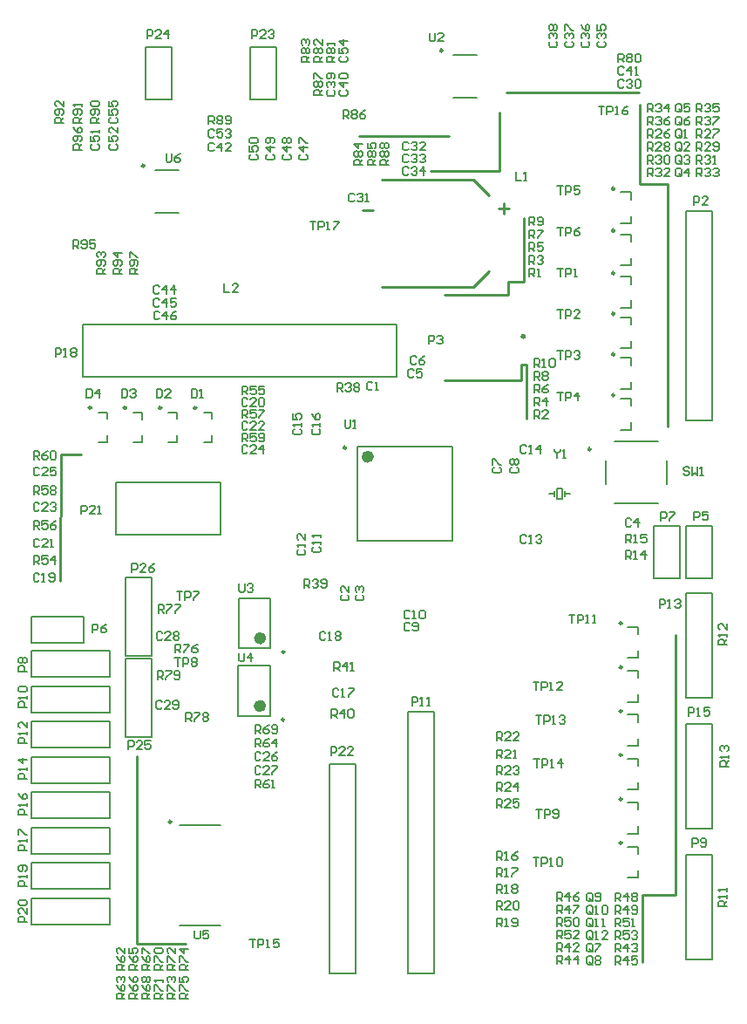
<source format=gbr>
%TF.GenerationSoftware,Altium Limited,Altium Designer,19.1.8 (144)*%
G04 Layer_Color=65535*
%FSLAX45Y45*%
%MOMM*%
%TF.FileFunction,Legend,Top*%
%TF.Part,Single*%
G01*
G75*
%TA.AperFunction,NonConductor*%
%ADD53C,0.25000*%
%ADD54C,0.50000*%
%ADD55C,0.60000*%
%ADD56C,0.25400*%
%ADD57C,0.20000*%
%ADD58C,0.12700*%
%ADD59C,0.15240*%
D53*
X1262443Y8529941D02*
G03*
X1262443Y8529941I-12500J0D01*
G01*
X4159629Y9647663D02*
G03*
X4159629Y9647663I-12500J0D01*
G01*
X747500Y6179993D02*
G03*
X747500Y6179993I-12500J0D01*
G01*
X1087780Y6179709D02*
G03*
X1087780Y6179709I-12500J0D01*
G01*
X1427501Y6179993D02*
G03*
X1427501Y6179993I-12500J0D01*
G01*
X1767500D02*
G03*
X1767500Y6179993I-12500J0D01*
G01*
X5830000Y7092500D02*
G03*
X5830000Y7092500I-12500J0D01*
G01*
X5830001Y7487000D02*
G03*
X5830001Y7487000I-12500J0D01*
G01*
Y6302500D02*
G03*
X5830001Y6302500I-12500J0D01*
G01*
Y6698000D02*
G03*
X5830001Y6698000I-12500J0D01*
G01*
Y7899500D02*
G03*
X5830001Y7899500I-12500J0D01*
G01*
X5830000Y8306500D02*
G03*
X5830000Y8306500I-12500J0D01*
G01*
X1525001Y2160001D02*
G03*
X1525001Y2160001I-12500J0D01*
G01*
X5600000Y5777500D02*
G03*
X5600000Y5777500I-12500J0D01*
G01*
X3222500Y5792500D02*
G03*
X3222500Y5792500I-12500J0D01*
G01*
X5902501Y1955500D02*
G03*
X5902501Y1955500I-12500J0D01*
G01*
Y2382000D02*
G03*
X5902501Y2382000I-12500J0D01*
G01*
X5902501Y3661501D02*
G03*
X5902501Y3661501I-12500J0D01*
G01*
Y4088000D02*
G03*
X5902501Y4088000I-12500J0D01*
G01*
Y2808500D02*
G03*
X5902501Y2808500I-12500J0D01*
G01*
Y3235000D02*
G03*
X5902501Y3235000I-12500J0D01*
G01*
X2625000Y3810000D02*
G03*
X2625000Y3810000I-12500J0D01*
G01*
X2622500Y3152000D02*
G03*
X2622500Y3152000I-12500J0D01*
G01*
D54*
X4943470Y6872742D02*
G03*
X4942500Y6871500I-970J-243D01*
G01*
D55*
X3462500Y5705000D02*
G03*
X3462500Y5705000I-30000J0D01*
G01*
X2417500Y3943000D02*
G03*
X2417500Y3943000I-30000J0D01*
G01*
X2415000Y3285000D02*
G03*
X2415000Y3285000I-30000J0D01*
G01*
D56*
X4461500Y7350000D02*
X4612500Y7501000D01*
X3572500Y7350000D02*
X4461500D01*
Y8390000D02*
X4612500Y8239000D01*
X3572500Y8390000D02*
X4461500D01*
X6350000Y6000000D02*
Y8350000D01*
X6075000D02*
X6350000D01*
X6075000D02*
Y9125000D01*
X4950000Y7400000D02*
Y8025000D01*
X4800000Y7400000D02*
X4950000D01*
X4175000Y6450000D02*
X4925000D01*
Y6600000D01*
X4975000D01*
Y6075000D02*
Y6600000D01*
X6425000Y1450000D02*
Y3975000D01*
X6100000Y1450000D02*
X6425000D01*
X6100000Y800000D02*
Y1450000D01*
X4780000Y9240000D02*
X6067500D01*
X1192500Y975000D02*
X1662500D01*
X1192500D02*
Y2800000D01*
X450000Y5725000D02*
X647500D01*
X445000Y4495000D02*
X450000Y5725000D01*
X4175000Y7275000D02*
X4800000D01*
Y7400000D01*
X3345000Y8820000D02*
X4225000Y8817500D01*
X4712500Y8477500D02*
Y9045000D01*
X4045000Y8477500D02*
X4712500D01*
X3381300Y8098575D02*
X3482867D01*
X4702100Y8111283D02*
X4803667D01*
X4752883Y8162067D02*
Y8060500D01*
D57*
X1367443Y8489941D02*
X1597443D01*
X1367443Y8074941D02*
X1597443D01*
X6779500Y3368000D02*
Y4384000D01*
X6525500D02*
X6779500D01*
X6525500Y3368000D02*
X6779500D01*
X6525500D02*
Y4384000D01*
X6779500Y828000D02*
Y1844000D01*
X6525500D02*
X6779500D01*
X6525500Y828000D02*
X6779500D01*
X6525500D02*
Y1844000D01*
X6779500Y2098000D02*
Y3114000D01*
X6525500D02*
X6779500D01*
X6525500Y2098000D02*
X6779500D01*
X6525500D02*
Y3114000D01*
X4264629Y9192663D02*
X4494629D01*
X4264629Y9607663D02*
X4494629D01*
X1334500Y3770500D02*
Y4532500D01*
X1080500D02*
X1334500D01*
X1080500Y3770500D02*
Y4532500D01*
Y3770500D02*
X1334500D01*
Y2985500D02*
Y3747500D01*
X1080500D02*
X1334500D01*
X1080500Y2985500D02*
Y3747500D01*
Y2985500D02*
X1334500D01*
X987500Y4950500D02*
X2003500D01*
X987500Y5458500D02*
X2003500D01*
X987500Y4950500D02*
Y5458500D01*
X2003500Y4950500D02*
Y5458500D01*
X818500Y6135993D02*
X900000D01*
Y6069993D02*
Y6135993D01*
X818500Y5843993D02*
X900000D01*
Y5909994D01*
X1158779Y6135709D02*
X1240279D01*
Y6069709D02*
Y6135709D01*
X1158779Y5843709D02*
X1240279D01*
Y5909709D01*
X1498500Y6135993D02*
X1580000D01*
Y6069993D02*
Y6135993D01*
X1498500Y5843993D02*
X1580000D01*
Y5909994D01*
X1838500Y6135993D02*
X1920000D01*
Y6069993D02*
Y6135993D01*
X1838500Y5843993D02*
X1920000D01*
Y5909994D01*
X5887500Y7057500D02*
X5987500D01*
Y6987500D02*
Y7057500D01*
X5887500Y6757500D02*
X5987500D01*
Y6827500D01*
X5887501Y7451999D02*
X5987500D01*
Y7381999D02*
Y7451999D01*
X5887501Y7151999D02*
X5987500D01*
Y7222000D01*
X5887501Y6267500D02*
X5987500D01*
Y6197500D02*
Y6267500D01*
X5887501Y5967500D02*
X5987500D01*
Y6037500D01*
X5887501Y6663000D02*
X5987500D01*
Y6593000D02*
Y6663000D01*
X5887501Y6363000D02*
X5987500D01*
Y6433000D01*
X5887501Y7864500D02*
X5987500D01*
Y7794500D02*
Y7864500D01*
X5887501Y7564500D02*
X5987500D01*
Y7634500D01*
X5887500Y8271500D02*
X5987500D01*
Y8201500D02*
Y8271500D01*
X5887500Y7971500D02*
X5987500D01*
Y8041500D01*
X1609050Y2132500D02*
X2000950D01*
X1609050Y1152500D02*
X2000950D01*
X5832100Y5253000D02*
X6252500D01*
X5832100Y5852000D02*
X6252500D01*
X6342000Y5442500D02*
Y5665400D01*
X5743000Y5439600D02*
Y5665400D01*
X3332500Y4885000D02*
Y5805000D01*
X4252500Y4885000D02*
Y5805000D01*
X3332500D02*
X4252500D01*
X3332500Y4885000D02*
X4252500D01*
X2289000Y9681000D02*
X2543000D01*
Y9173000D02*
Y9681000D01*
X2289000Y9173000D02*
X2543000D01*
X2289000D02*
Y9681000D01*
X1273000D02*
X1527000D01*
Y9173000D02*
Y9681000D01*
X1273000Y9173000D02*
X1527000D01*
X1273000D02*
Y9681000D01*
X5960001Y1920500D02*
X6060001D01*
Y1850500D02*
Y1920500D01*
X5960001Y1620500D02*
X6060001D01*
Y1690500D01*
X5960001Y2347000D02*
X6060001D01*
Y2277000D02*
Y2347000D01*
X5960001Y2047000D02*
X6060001D01*
Y2117000D01*
X5960001Y3626500D02*
X6060000D01*
Y3556501D02*
Y3626500D01*
X5960001Y3326501D02*
X6060000D01*
Y3396501D01*
X5960001Y4053000D02*
X6060000D01*
Y3983000D02*
Y4053000D01*
X5960001Y3753000D02*
X6060000D01*
Y3823000D01*
X5960001Y2773500D02*
X6060000D01*
Y2703500D02*
Y2773500D01*
X5960001Y2473500D02*
X6060000D01*
Y2543500D01*
X5960001Y3200000D02*
X6060000D01*
Y3130000D02*
Y3200000D01*
X5960001Y2900000D02*
X6060000D01*
Y2970000D01*
X6525500Y6060500D02*
X6779500D01*
X6525500D02*
Y8092500D01*
X6779500D01*
Y6060500D02*
Y8092500D01*
X6525500Y4524000D02*
X6779500D01*
X6525500D02*
Y5032000D01*
X6779500D01*
Y4524000D02*
Y5032000D01*
X676000Y3895500D02*
Y4149500D01*
X168000Y3895500D02*
X676000D01*
X168000D02*
Y4149500D01*
X676000D01*
X6210500Y4521500D02*
X6464500D01*
X6210500D02*
Y5029500D01*
X6464500D01*
Y4521500D02*
Y5029500D01*
X162500Y3563714D02*
X924500D01*
Y3817714D01*
X162500D02*
X924500D01*
X162500Y3563714D02*
Y3817714D01*
Y3220857D02*
X924500D01*
Y3474857D01*
X162500D02*
X924500D01*
X162500Y3220857D02*
Y3474857D01*
X4075000Y691000D02*
Y3040500D01*
Y3231000D01*
X3821000D02*
X4075000D01*
X3821000Y691000D02*
Y3231000D01*
Y691000D02*
X4075000D01*
X162500Y2878000D02*
X924500D01*
Y3132000D01*
X162500D02*
X924500D01*
X162500Y2878000D02*
Y3132000D01*
Y2535143D02*
X924500D01*
Y2789143D01*
X162500D02*
X924500D01*
X162500Y2535143D02*
Y2789143D01*
Y2192286D02*
X924500D01*
Y2446286D01*
X162500D02*
X924500D01*
X162500Y2192286D02*
Y2446286D01*
Y1849429D02*
X924500D01*
Y2103429D01*
X162500D02*
X924500D01*
X162500Y1849429D02*
Y2103429D01*
X661000Y6479000D02*
Y6987000D01*
X3709000Y6479000D02*
Y6987000D01*
X661000Y6479000D02*
X3709000D01*
X661000Y6987000D02*
X3709000D01*
X162500Y1506572D02*
X924500D01*
Y1760572D01*
X162500D02*
X924500D01*
X162500Y1506572D02*
Y1760572D01*
Y1163714D02*
X924500D01*
Y1417714D01*
X162500D02*
X924500D01*
X162500Y1163714D02*
Y1417714D01*
X3059000Y2723000D02*
X3313000D01*
Y691000D02*
Y2723000D01*
X3059000Y691000D02*
X3313000D01*
X3059000D02*
Y2723000D01*
X2487500Y3843000D02*
Y4333000D01*
X2177500Y3843000D02*
Y4333000D01*
Y3843000D02*
X2487500D01*
X2177500Y4333000D02*
X2487500D01*
X2485000Y3185000D02*
Y3675000D01*
X2175000Y3185000D02*
Y3675000D01*
Y3185000D02*
X2485000D01*
X2175000Y3675000D02*
X2485000D01*
D58*
X5190900Y5342500D02*
X5241700D01*
Y5317100D02*
Y5342500D01*
Y5367900D01*
X5317900Y5291700D02*
Y5393300D01*
X5267100D02*
X5317900D01*
X5267100Y5291700D02*
Y5393300D01*
Y5291700D02*
X5317900D01*
X5343300Y5317100D02*
Y5342500D01*
Y5367900D01*
Y5342500D02*
X5394100D01*
D59*
X6625000Y8800000D02*
Y8881254D01*
X6665627D01*
X6679169Y8867711D01*
Y8840627D01*
X6665627Y8827084D01*
X6625000D01*
X6652085D02*
X6679169Y8800000D01*
X6760423D02*
X6706254D01*
X6760423Y8854169D01*
Y8867711D01*
X6746881Y8881254D01*
X6719796D01*
X6706254Y8867711D01*
X6787508Y8881254D02*
X6841677D01*
Y8867711D01*
X6787508Y8813542D01*
Y8800000D01*
X6150000Y8799999D02*
Y8881253D01*
X6190627D01*
X6204169Y8867710D01*
Y8840626D01*
X6190627Y8827084D01*
X6150000D01*
X6177085D02*
X6204169Y8799999D01*
X6285423D02*
X6231254D01*
X6285423Y8854168D01*
Y8867710D01*
X6271881Y8881253D01*
X6244796D01*
X6231254Y8867710D01*
X6366677Y8881253D02*
X6339592Y8867710D01*
X6312508Y8840626D01*
Y8813541D01*
X6326050Y8799999D01*
X6353135D01*
X6366677Y8813541D01*
Y8827084D01*
X6353135Y8840626D01*
X6312508D01*
X5921669Y9477711D02*
X5908127Y9491254D01*
X5881042D01*
X5867500Y9477711D01*
Y9423542D01*
X5881042Y9410000D01*
X5908127D01*
X5921669Y9423542D01*
X5989381Y9410000D02*
Y9491254D01*
X5948754Y9450627D01*
X6002923D01*
X6030008Y9410000D02*
X6057092D01*
X6043550D01*
Y9491254D01*
X6030008Y9477711D01*
X5867500Y9534640D02*
Y9615894D01*
X5908127D01*
X5921669Y9602351D01*
Y9575267D01*
X5908127Y9561724D01*
X5867500D01*
X5894585D02*
X5921669Y9534640D01*
X5948754Y9602351D02*
X5962296Y9615894D01*
X5989381D01*
X6002923Y9602351D01*
Y9588809D01*
X5989381Y9575267D01*
X6002923Y9561724D01*
Y9548182D01*
X5989381Y9534640D01*
X5962296D01*
X5948754Y9548182D01*
Y9561724D01*
X5962296Y9575267D01*
X5948754Y9588809D01*
Y9602351D01*
X5962296Y9575267D02*
X5989381D01*
X6030008Y9602351D02*
X6043550Y9615894D01*
X6070635D01*
X6084177Y9602351D01*
Y9548182D01*
X6070635Y9534640D01*
X6043550D01*
X6030008Y9548182D01*
Y9602351D01*
X1475000Y8646254D02*
Y8578542D01*
X1488542Y8565000D01*
X1515627D01*
X1529169Y8578542D01*
Y8646254D01*
X1610423D02*
X1583338Y8632711D01*
X1556254Y8605627D01*
Y8578542D01*
X1569796Y8565000D01*
X1596881D01*
X1610423Y8578542D01*
Y8592084D01*
X1596881Y8605627D01*
X1556254D01*
X1410729Y7102731D02*
X1397187Y7116274D01*
X1370102D01*
X1356560Y7102731D01*
Y7048562D01*
X1370102Y7035020D01*
X1397187D01*
X1410729Y7048562D01*
X1478441Y7035020D02*
Y7116274D01*
X1437814Y7075647D01*
X1491983D01*
X1573237Y7116274D02*
X1546152Y7102731D01*
X1519068Y7075647D01*
Y7048562D01*
X1532610Y7035020D01*
X1559695D01*
X1573237Y7048562D01*
Y7062104D01*
X1559695Y7075647D01*
X1519068D01*
X1409169Y7355211D02*
X1395627Y7368754D01*
X1368542D01*
X1355000Y7355211D01*
Y7301042D01*
X1368542Y7287500D01*
X1395627D01*
X1409169Y7301042D01*
X1476881Y7287500D02*
Y7368754D01*
X1436254Y7328127D01*
X1490423D01*
X1558135Y7287500D02*
Y7368754D01*
X1517508Y7328127D01*
X1571677D01*
X1409169Y7225211D02*
X1395627Y7238754D01*
X1368542D01*
X1355000Y7225211D01*
Y7171042D01*
X1368542Y7157500D01*
X1395627D01*
X1409169Y7171042D01*
X1476881Y7157500D02*
Y7238754D01*
X1436254Y7198127D01*
X1490423D01*
X1571677Y7238754D02*
X1517508D01*
Y7198127D01*
X1544592Y7211669D01*
X1558135D01*
X1571677Y7198127D01*
Y7171042D01*
X1558135Y7157500D01*
X1531050D01*
X1517508Y7171042D01*
X883680Y7477360D02*
X802426D01*
Y7517987D01*
X815969Y7531529D01*
X843053D01*
X856595Y7517987D01*
Y7477360D01*
Y7504444D02*
X883680Y7531529D01*
X870138Y7558614D02*
X883680Y7572156D01*
Y7599241D01*
X870138Y7612783D01*
X815969D01*
X802426Y7599241D01*
Y7572156D01*
X815969Y7558614D01*
X829511D01*
X843053Y7572156D01*
Y7612783D01*
X815969Y7639868D02*
X802426Y7653410D01*
Y7680494D01*
X815969Y7694037D01*
X829511D01*
X843053Y7680494D01*
Y7666952D01*
Y7680494D01*
X856595Y7694037D01*
X870138D01*
X883680Y7680494D01*
Y7653410D01*
X870138Y7639868D01*
X1043700Y7477360D02*
X962446D01*
Y7517987D01*
X975989Y7531529D01*
X1003073D01*
X1016615Y7517987D01*
Y7477360D01*
Y7504444D02*
X1043700Y7531529D01*
X1030158Y7558614D02*
X1043700Y7572156D01*
Y7599241D01*
X1030158Y7612783D01*
X975989D01*
X962446Y7599241D01*
Y7572156D01*
X975989Y7558614D01*
X989531D01*
X1003073Y7572156D01*
Y7612783D01*
X1043700Y7680494D02*
X962446D01*
X1003073Y7639868D01*
Y7694037D01*
X1201180Y7477360D02*
X1119926D01*
Y7517987D01*
X1133469Y7531529D01*
X1160553D01*
X1174095Y7517987D01*
Y7477360D01*
Y7504444D02*
X1201180Y7531529D01*
X1187638Y7558614D02*
X1201180Y7572156D01*
Y7599241D01*
X1187638Y7612783D01*
X1133469D01*
X1119926Y7599241D01*
Y7572156D01*
X1133469Y7558614D01*
X1147011D01*
X1160553Y7572156D01*
Y7612783D01*
X1119926Y7639868D02*
Y7694037D01*
X1133469D01*
X1187638Y7639868D01*
X1201180D01*
X570000Y7725000D02*
Y7806254D01*
X610627D01*
X624169Y7792711D01*
Y7765627D01*
X610627Y7752085D01*
X570000D01*
X597084D02*
X624169Y7725000D01*
X651254Y7738542D02*
X664796Y7725000D01*
X691881D01*
X705423Y7738542D01*
Y7792711D01*
X691881Y7806254D01*
X664796D01*
X651254Y7792711D01*
Y7779169D01*
X664796Y7765627D01*
X705423D01*
X786677Y7806254D02*
X732508D01*
Y7765627D01*
X759592Y7779169D01*
X773134D01*
X786677Y7765627D01*
Y7738542D01*
X773134Y7725000D01*
X746050D01*
X732508Y7738542D01*
X932529Y8996489D02*
X918986Y8982947D01*
Y8955862D01*
X932529Y8942320D01*
X986698D01*
X1000240Y8955862D01*
Y8982947D01*
X986698Y8996489D01*
X918986Y9077743D02*
Y9023574D01*
X959613D01*
X946071Y9050658D01*
Y9064201D01*
X959613Y9077743D01*
X986698D01*
X1000240Y9064201D01*
Y9037116D01*
X986698Y9023574D01*
X918986Y9158997D02*
Y9104828D01*
X959613D01*
X946071Y9131912D01*
Y9145454D01*
X959613Y9158997D01*
X986698D01*
X1000240Y9145454D01*
Y9118370D01*
X986698Y9104828D01*
X824980Y8942320D02*
X743726D01*
Y8982947D01*
X757269Y8996489D01*
X784353D01*
X797896Y8982947D01*
Y8942320D01*
Y8969404D02*
X824980Y8996489D01*
X811438Y9023574D02*
X824980Y9037116D01*
Y9064201D01*
X811438Y9077743D01*
X757269D01*
X743726Y9064201D01*
Y9037116D01*
X757269Y9023574D01*
X770811D01*
X784353Y9037116D01*
Y9077743D01*
X757269Y9104828D02*
X743726Y9118370D01*
Y9145454D01*
X757269Y9158997D01*
X811438D01*
X824980Y9145454D01*
Y9118370D01*
X811438Y9104828D01*
X757269D01*
X654800Y8942320D02*
X573546D01*
Y8982947D01*
X587089Y8996489D01*
X614173D01*
X627716Y8982947D01*
Y8942320D01*
Y8969404D02*
X654800Y8996489D01*
X641258Y9023574D02*
X654800Y9037116D01*
Y9064201D01*
X641258Y9077743D01*
X587089D01*
X573546Y9064201D01*
Y9037116D01*
X587089Y9023574D01*
X600631D01*
X614173Y9037116D01*
Y9077743D01*
X654800Y9104828D02*
Y9131912D01*
Y9118370D01*
X573546D01*
X587089Y9104828D01*
X479540Y8942320D02*
X398286D01*
Y8982947D01*
X411829Y8996489D01*
X438913D01*
X452456Y8982947D01*
Y8942320D01*
Y8969404D02*
X479540Y8996489D01*
X465998Y9023574D02*
X479540Y9037116D01*
Y9064201D01*
X465998Y9077743D01*
X411829D01*
X398286Y9064201D01*
Y9037116D01*
X411829Y9023574D01*
X425371D01*
X438913Y9037116D01*
Y9077743D01*
X479540Y9158997D02*
Y9104828D01*
X425371Y9158997D01*
X411829D01*
X398286Y9145454D01*
Y9118370D01*
X411829Y9104828D01*
X654800Y8684940D02*
X573546D01*
Y8725567D01*
X587089Y8739109D01*
X614173D01*
X627716Y8725567D01*
Y8684940D01*
Y8712024D02*
X654800Y8739109D01*
X641258Y8766194D02*
X654800Y8779736D01*
Y8806821D01*
X641258Y8820363D01*
X587089D01*
X573546Y8806821D01*
Y8779736D01*
X587089Y8766194D01*
X600631D01*
X614173Y8779736D01*
Y8820363D01*
X573546Y8901617D02*
X587089Y8874532D01*
X614173Y8847448D01*
X641258D01*
X654800Y8860990D01*
Y8888074D01*
X641258Y8901617D01*
X627716D01*
X614173Y8888074D01*
Y8847448D01*
X754729Y8739109D02*
X741186Y8725567D01*
Y8698482D01*
X754729Y8684940D01*
X808898D01*
X822440Y8698482D01*
Y8725567D01*
X808898Y8739109D01*
X741186Y8820363D02*
Y8766194D01*
X781813D01*
X768271Y8793278D01*
Y8806821D01*
X781813Y8820363D01*
X808898D01*
X822440Y8806821D01*
Y8779736D01*
X808898Y8766194D01*
X822440Y8847448D02*
Y8874532D01*
Y8860990D01*
X741186D01*
X754729Y8847448D01*
X932529Y8739109D02*
X918986Y8725567D01*
Y8698482D01*
X932529Y8684940D01*
X986698D01*
X1000240Y8698482D01*
Y8725567D01*
X986698Y8739109D01*
X918986Y8820363D02*
Y8766194D01*
X959613D01*
X946071Y8793278D01*
Y8806821D01*
X959613Y8820363D01*
X986698D01*
X1000240Y8806821D01*
Y8779736D01*
X986698Y8766194D01*
X1000240Y8901617D02*
Y8847448D01*
X946071Y8901617D01*
X932529D01*
X918986Y8888074D01*
Y8860990D01*
X932529Y8847448D01*
X2037500Y7383754D02*
Y7302500D01*
X2091669D01*
X2172923D02*
X2118754D01*
X2172923Y7356669D01*
Y7370211D01*
X2159381Y7383754D01*
X2132296D01*
X2118754Y7370211D01*
X1941669Y8868928D02*
X1928127Y8882470D01*
X1901042D01*
X1887500Y8868928D01*
Y8814759D01*
X1901042Y8801217D01*
X1928127D01*
X1941669Y8814759D01*
X2022923Y8882470D02*
X1968754D01*
Y8841843D01*
X1995838Y8855386D01*
X2009381D01*
X2022923Y8841843D01*
Y8814759D01*
X2009381Y8801217D01*
X1982296D01*
X1968754Y8814759D01*
X2050008Y8868928D02*
X2063550Y8882470D01*
X2090634D01*
X2104177Y8868928D01*
Y8855386D01*
X2090634Y8841843D01*
X2077092D01*
X2090634D01*
X2104177Y8828301D01*
Y8814759D01*
X2090634Y8801217D01*
X2063550D01*
X2050008Y8814759D01*
X1887500Y8932500D02*
Y9013754D01*
X1928127D01*
X1941669Y9000211D01*
Y8973127D01*
X1928127Y8959584D01*
X1887500D01*
X1914584D02*
X1941669Y8932500D01*
X1968754Y9000211D02*
X1982296Y9013754D01*
X2009381D01*
X2022923Y9000211D01*
Y8986669D01*
X2009381Y8973127D01*
X2022923Y8959584D01*
Y8946042D01*
X2009381Y8932500D01*
X1982296D01*
X1968754Y8946042D01*
Y8959584D01*
X1982296Y8973127D01*
X1968754Y8986669D01*
Y9000211D01*
X1982296Y8973127D02*
X2009381D01*
X2050008Y8946042D02*
X2063550Y8932500D01*
X2090634D01*
X2104177Y8946042D01*
Y9000211D01*
X2090634Y9013754D01*
X2063550D01*
X2050008Y9000211D01*
Y8986669D01*
X2063550Y8973127D01*
X2104177D01*
X2778889Y8638689D02*
X2765346Y8625147D01*
Y8598062D01*
X2778889Y8584520D01*
X2833058D01*
X2846600Y8598062D01*
Y8625147D01*
X2833058Y8638689D01*
X2846600Y8706400D02*
X2765346D01*
X2805973Y8665774D01*
Y8719943D01*
X2765346Y8747027D02*
Y8801197D01*
X2778889D01*
X2833058Y8747027D01*
X2846600D01*
X2618869Y8638689D02*
X2605326Y8625147D01*
Y8598062D01*
X2618869Y8584520D01*
X2673038D01*
X2686580Y8598062D01*
Y8625147D01*
X2673038Y8638689D01*
X2686580Y8706400D02*
X2605326D01*
X2645953Y8665774D01*
Y8719943D01*
X2618869Y8747027D02*
X2605326Y8760570D01*
Y8787654D01*
X2618869Y8801197D01*
X2632411D01*
X2645953Y8787654D01*
X2659496Y8801197D01*
X2673038D01*
X2686580Y8787654D01*
Y8760570D01*
X2673038Y8747027D01*
X2659496D01*
X2645953Y8760570D01*
X2632411Y8747027D01*
X2618869D01*
X2645953Y8760570D02*
Y8787654D01*
X2458849Y8638689D02*
X2445306Y8625147D01*
Y8598062D01*
X2458849Y8584520D01*
X2513018D01*
X2526560Y8598062D01*
Y8625147D01*
X2513018Y8638689D01*
X2526560Y8706400D02*
X2445306D01*
X2485933Y8665774D01*
Y8719943D01*
X2513018Y8747027D02*
X2526560Y8760570D01*
Y8787654D01*
X2513018Y8801197D01*
X2458849D01*
X2445306Y8787654D01*
Y8760570D01*
X2458849Y8747027D01*
X2472391D01*
X2485933Y8760570D01*
Y8801197D01*
X2296289Y8638689D02*
X2282746Y8625147D01*
Y8598062D01*
X2296289Y8584520D01*
X2350458D01*
X2364000Y8598062D01*
Y8625147D01*
X2350458Y8638689D01*
X2282746Y8719943D02*
Y8665774D01*
X2323373D01*
X2309831Y8692858D01*
Y8706400D01*
X2323373Y8719943D01*
X2350458D01*
X2364000Y8706400D01*
Y8679316D01*
X2350458Y8665774D01*
X2296289Y8747027D02*
X2282746Y8760570D01*
Y8787654D01*
X2296289Y8801197D01*
X2350458D01*
X2364000Y8787654D01*
Y8760570D01*
X2350458Y8747027D01*
X2296289D01*
X4973709Y4931931D02*
X4960167Y4945474D01*
X4933082D01*
X4919540Y4931931D01*
Y4877762D01*
X4933082Y4864220D01*
X4960167D01*
X4973709Y4877762D01*
X5000794Y4864220D02*
X5027878D01*
X5014336D01*
Y4945474D01*
X5000794Y4931931D01*
X5068505D02*
X5082047Y4945474D01*
X5109132D01*
X5122674Y4931931D01*
Y4918389D01*
X5109132Y4904847D01*
X5095590D01*
X5109132D01*
X5122674Y4891304D01*
Y4877762D01*
X5109132Y4864220D01*
X5082047D01*
X5068505Y4877762D01*
X4973709Y5805691D02*
X4960167Y5819234D01*
X4933082D01*
X4919540Y5805691D01*
Y5751522D01*
X4933082Y5737980D01*
X4960167D01*
X4973709Y5751522D01*
X5000794Y5737980D02*
X5027878D01*
X5014336D01*
Y5819234D01*
X5000794Y5805691D01*
X5109132Y5737980D02*
Y5819234D01*
X5068505Y5778607D01*
X5122674D01*
X4658789Y5601649D02*
X4645246Y5588107D01*
Y5561022D01*
X4658789Y5547480D01*
X4712958D01*
X4726500Y5561022D01*
Y5588107D01*
X4712958Y5601649D01*
X4645246Y5628734D02*
Y5682903D01*
X4658789D01*
X4712958Y5628734D01*
X4726500D01*
X4828969Y5601649D02*
X4815426Y5588107D01*
Y5561022D01*
X4828969Y5547480D01*
X4883138D01*
X4896680Y5561022D01*
Y5588107D01*
X4883138Y5601649D01*
X4828969Y5628734D02*
X4815426Y5642276D01*
Y5669361D01*
X4828969Y5682903D01*
X4842511D01*
X4856053Y5669361D01*
X4869596Y5682903D01*
X4883138D01*
X4896680Y5669361D01*
Y5642276D01*
X4883138Y5628734D01*
X4869596D01*
X4856053Y5642276D01*
X4842511Y5628734D01*
X4828969D01*
X4856053Y5642276D02*
Y5669361D01*
X5992249Y5094491D02*
X5978707Y5108034D01*
X5951622D01*
X5938080Y5094491D01*
Y5040322D01*
X5951622Y5026780D01*
X5978707D01*
X5992249Y5040322D01*
X6059961Y5026780D02*
Y5108034D01*
X6019334Y5067407D01*
X6073503D01*
X5938080Y4711820D02*
Y4793074D01*
X5978707D01*
X5992249Y4779531D01*
Y4752447D01*
X5978707Y4738904D01*
X5938080D01*
X5965165D02*
X5992249Y4711820D01*
X6019334D02*
X6046418D01*
X6032876D01*
Y4793074D01*
X6019334Y4779531D01*
X6127672Y4711820D02*
Y4793074D01*
X6087045Y4752447D01*
X6141214D01*
X5938080Y4869300D02*
Y4950554D01*
X5978707D01*
X5992249Y4937011D01*
Y4909927D01*
X5978707Y4896384D01*
X5938080D01*
X5965165D02*
X5992249Y4869300D01*
X6019334D02*
X6046418D01*
X6032876D01*
Y4950554D01*
X6019334Y4937011D01*
X6141214Y4950554D02*
X6087045D01*
Y4909927D01*
X6114130Y4923469D01*
X6127672D01*
X6141214Y4909927D01*
Y4882842D01*
X6127672Y4869300D01*
X6100587D01*
X6087045Y4882842D01*
X6267500Y4240000D02*
Y4321254D01*
X6308127D01*
X6321669Y4307711D01*
Y4280627D01*
X6308127Y4267084D01*
X6267500D01*
X6348754Y4240000D02*
X6375838D01*
X6362296D01*
Y4321254D01*
X6348754Y4307711D01*
X6416465D02*
X6430007Y4321254D01*
X6457092D01*
X6470634Y4307711D01*
Y4294169D01*
X6457092Y4280627D01*
X6443550D01*
X6457092D01*
X6470634Y4267084D01*
Y4253542D01*
X6457092Y4240000D01*
X6430007D01*
X6416465Y4253542D01*
X5835000Y898000D02*
Y979254D01*
X5875627D01*
X5889169Y965711D01*
Y938627D01*
X5875627Y925085D01*
X5835000D01*
X5862085D02*
X5889169Y898000D01*
X5956881D02*
Y979254D01*
X5916254Y938627D01*
X5970423D01*
X5997508Y965711D02*
X6011050Y979254D01*
X6038134D01*
X6051677Y965711D01*
Y952169D01*
X6038134Y938627D01*
X6024592D01*
X6038134D01*
X6051677Y925085D01*
Y911542D01*
X6038134Y898000D01*
X6011050D01*
X5997508Y911542D01*
X6585780Y1920360D02*
Y2001614D01*
X6626407D01*
X6639949Y1988071D01*
Y1960987D01*
X6626407Y1947444D01*
X6585780D01*
X6667034Y1933902D02*
X6680576Y1920360D01*
X6707661D01*
X6721203Y1933902D01*
Y1988071D01*
X6707661Y2001614D01*
X6680576D01*
X6667034Y1988071D01*
Y1974529D01*
X6680576Y1960987D01*
X6721203D01*
X6550220Y3190360D02*
Y3271614D01*
X6590847D01*
X6604389Y3258071D01*
Y3230987D01*
X6590847Y3217444D01*
X6550220D01*
X6631474Y3190360D02*
X6658558D01*
X6645016D01*
Y3271614D01*
X6631474Y3258071D01*
X6753354Y3271614D02*
X6699185D01*
Y3230987D01*
X6726270Y3244529D01*
X6739812D01*
X6753354Y3230987D01*
Y3203902D01*
X6739812Y3190360D01*
X6712727D01*
X6699185Y3203902D01*
X5270000Y902500D02*
Y983754D01*
X5310627D01*
X5324169Y970211D01*
Y943127D01*
X5310627Y929584D01*
X5270000D01*
X5297085D02*
X5324169Y902500D01*
X5391881D02*
Y983754D01*
X5351254Y943127D01*
X5405423D01*
X5486677Y902500D02*
X5432508D01*
X5486677Y956669D01*
Y970211D01*
X5473135Y983754D01*
X5446050D01*
X5432508Y970211D01*
X5065000Y3193754D02*
X5119169D01*
X5092085D01*
Y3112500D01*
X5146254D02*
Y3193754D01*
X5186881D01*
X5200423Y3180211D01*
Y3153127D01*
X5186881Y3139585D01*
X5146254D01*
X5227508Y3112500D02*
X5254592D01*
X5241050D01*
Y3193754D01*
X5227508Y3180211D01*
X5295219D02*
X5308761Y3193754D01*
X5335846D01*
X5349388Y3180211D01*
Y3166669D01*
X5335846Y3153127D01*
X5322304D01*
X5335846D01*
X5349388Y3139585D01*
Y3126042D01*
X5335846Y3112500D01*
X5308761D01*
X5295219Y3126042D01*
X5045000Y2768754D02*
X5099169D01*
X5072085D01*
Y2687500D01*
X5126254D02*
Y2768754D01*
X5166881D01*
X5180423Y2755211D01*
Y2728127D01*
X5166881Y2714585D01*
X5126254D01*
X5207508Y2687500D02*
X5234592D01*
X5221050D01*
Y2768754D01*
X5207508Y2755211D01*
X5315846Y2687500D02*
Y2768754D01*
X5275219Y2728127D01*
X5329388D01*
X5038920Y1811114D02*
X5093089D01*
X5066005D01*
Y1729860D01*
X5120174D02*
Y1811114D01*
X5160801D01*
X5174343Y1797571D01*
Y1770487D01*
X5160801Y1756944D01*
X5120174D01*
X5201428Y1729860D02*
X5228512D01*
X5214970D01*
Y1811114D01*
X5201428Y1797571D01*
X5269139D02*
X5282681Y1811114D01*
X5309766D01*
X5323308Y1797571D01*
Y1743402D01*
X5309766Y1729860D01*
X5282681D01*
X5269139Y1743402D01*
Y1797571D01*
X5038920Y3517994D02*
X5093089D01*
X5066005D01*
Y3436740D01*
X5120174D02*
Y3517994D01*
X5160801D01*
X5174343Y3504451D01*
Y3477367D01*
X5160801Y3463824D01*
X5120174D01*
X5201428Y3436740D02*
X5228512D01*
X5214970D01*
Y3517994D01*
X5201428Y3504451D01*
X5323308Y3436740D02*
X5269139D01*
X5323308Y3490909D01*
Y3504451D01*
X5309766Y3517994D01*
X5282681D01*
X5269139Y3504451D01*
X4684420Y2949060D02*
Y3030314D01*
X4725047D01*
X4738589Y3016771D01*
Y2989687D01*
X4725047Y2976144D01*
X4684420D01*
X4711505D02*
X4738589Y2949060D01*
X4819843D02*
X4765674D01*
X4819843Y3003229D01*
Y3016771D01*
X4806301Y3030314D01*
X4779216D01*
X4765674Y3016771D01*
X4901097Y2949060D02*
X4846928D01*
X4901097Y3003229D01*
Y3016771D01*
X4887555Y3030314D01*
X4860470D01*
X4846928Y3016771D01*
X4684420Y2778880D02*
Y2860134D01*
X4725047D01*
X4738589Y2846591D01*
Y2819507D01*
X4725047Y2805964D01*
X4684420D01*
X4711505D02*
X4738589Y2778880D01*
X4819843D02*
X4765674D01*
X4819843Y2833049D01*
Y2846591D01*
X4806301Y2860134D01*
X4779216D01*
X4765674Y2846591D01*
X4846928Y2778880D02*
X4874012D01*
X4860470D01*
Y2860134D01*
X4846928Y2846591D01*
X4684420Y2618860D02*
Y2700114D01*
X4725047D01*
X4738589Y2686571D01*
Y2659487D01*
X4725047Y2645944D01*
X4684420D01*
X4711505D02*
X4738589Y2618860D01*
X4819843D02*
X4765674D01*
X4819843Y2673029D01*
Y2686571D01*
X4806301Y2700114D01*
X4779216D01*
X4765674Y2686571D01*
X4846928D02*
X4860470Y2700114D01*
X4887555D01*
X4901097Y2686571D01*
Y2673029D01*
X4887555Y2659487D01*
X4874012D01*
X4887555D01*
X4901097Y2645944D01*
Y2632402D01*
X4887555Y2618860D01*
X4860470D01*
X4846928Y2632402D01*
X4684420Y2458840D02*
Y2540094D01*
X4725047D01*
X4738589Y2526551D01*
Y2499467D01*
X4725047Y2485924D01*
X4684420D01*
X4711505D02*
X4738589Y2458840D01*
X4819843D02*
X4765674D01*
X4819843Y2513009D01*
Y2526551D01*
X4806301Y2540094D01*
X4779216D01*
X4765674Y2526551D01*
X4887555Y2458840D02*
Y2540094D01*
X4846928Y2499467D01*
X4901097D01*
X4684420Y2298820D02*
Y2380074D01*
X4725047D01*
X4738589Y2366531D01*
Y2339447D01*
X4725047Y2325904D01*
X4684420D01*
X4711505D02*
X4738589Y2298820D01*
X4819843D02*
X4765674D01*
X4819843Y2352989D01*
Y2366531D01*
X4806301Y2380074D01*
X4779216D01*
X4765674Y2366531D01*
X4901097Y2380074D02*
X4846928D01*
Y2339447D01*
X4874012Y2352989D01*
X4887555D01*
X4901097Y2339447D01*
Y2312362D01*
X4887555Y2298820D01*
X4860470D01*
X4846928Y2312362D01*
X4684420Y1790820D02*
Y1872074D01*
X4725047D01*
X4738589Y1858531D01*
Y1831447D01*
X4725047Y1817904D01*
X4684420D01*
X4711505D02*
X4738589Y1790820D01*
X4765674D02*
X4792759D01*
X4779216D01*
Y1872074D01*
X4765674Y1858531D01*
X4887554Y1872074D02*
X4860470Y1858531D01*
X4833385Y1831447D01*
Y1804362D01*
X4846928Y1790820D01*
X4874012D01*
X4887554Y1804362D01*
Y1817904D01*
X4874012Y1831447D01*
X4833385D01*
X4684420Y1630800D02*
Y1712054D01*
X4725047D01*
X4738589Y1698511D01*
Y1671427D01*
X4725047Y1657884D01*
X4684420D01*
X4711505D02*
X4738589Y1630800D01*
X4765674D02*
X4792759D01*
X4779216D01*
Y1712054D01*
X4765674Y1698511D01*
X4833385Y1712054D02*
X4887554D01*
Y1698511D01*
X4833385Y1644342D01*
Y1630800D01*
X4684420Y1470780D02*
Y1552034D01*
X4725047D01*
X4738589Y1538491D01*
Y1511407D01*
X4725047Y1497864D01*
X4684420D01*
X4711505D02*
X4738589Y1470780D01*
X4765674D02*
X4792759D01*
X4779216D01*
Y1552034D01*
X4765674Y1538491D01*
X4833385D02*
X4846928Y1552034D01*
X4874012D01*
X4887554Y1538491D01*
Y1524949D01*
X4874012Y1511407D01*
X4887554Y1497864D01*
Y1484322D01*
X4874012Y1470780D01*
X4846928D01*
X4833385Y1484322D01*
Y1497864D01*
X4846928Y1511407D01*
X4833385Y1524949D01*
Y1538491D01*
X4846928Y1511407D02*
X4874012D01*
X4684420Y1310760D02*
Y1392014D01*
X4725047D01*
X4738589Y1378471D01*
Y1351387D01*
X4725047Y1337844D01*
X4684420D01*
X4711505D02*
X4738589Y1310760D01*
X4819843D02*
X4765674D01*
X4819843Y1364929D01*
Y1378471D01*
X4806301Y1392014D01*
X4779216D01*
X4765674Y1378471D01*
X4846928D02*
X4860470Y1392014D01*
X4887555D01*
X4901097Y1378471D01*
Y1324302D01*
X4887555Y1310760D01*
X4860470D01*
X4846928Y1324302D01*
Y1378471D01*
X4684420Y1143120D02*
Y1224374D01*
X4725047D01*
X4738589Y1210831D01*
Y1183747D01*
X4725047Y1170204D01*
X4684420D01*
X4711505D02*
X4738589Y1143120D01*
X4765674D02*
X4792759D01*
X4779216D01*
Y1224374D01*
X4765674Y1210831D01*
X4833385Y1156662D02*
X4846928Y1143120D01*
X4874012D01*
X4887554Y1156662D01*
Y1210831D01*
X4874012Y1224374D01*
X4846928D01*
X4833385Y1210831D01*
Y1197289D01*
X4846928Y1183747D01*
X4887554D01*
X241589Y4561771D02*
X228047Y4575314D01*
X200963D01*
X187420Y4561771D01*
Y4507602D01*
X200963Y4494060D01*
X228047D01*
X241589Y4507602D01*
X268674Y4494060D02*
X295759D01*
X282216D01*
Y4575314D01*
X268674Y4561771D01*
X336385Y4507602D02*
X349928Y4494060D01*
X377012D01*
X390554Y4507602D01*
Y4561771D01*
X377012Y4575314D01*
X349928D01*
X336385Y4561771D01*
Y4548229D01*
X349928Y4534687D01*
X390554D01*
X187420Y4661700D02*
Y4742954D01*
X228047D01*
X241589Y4729411D01*
Y4702327D01*
X228047Y4688785D01*
X187420D01*
X214505D02*
X241589Y4661700D01*
X322843Y4742954D02*
X268674D01*
Y4702327D01*
X295759Y4715869D01*
X309301D01*
X322843Y4702327D01*
Y4675242D01*
X309301Y4661700D01*
X282216D01*
X268674Y4675242D01*
X390555Y4661700D02*
Y4742954D01*
X349928Y4702327D01*
X404097D01*
X241589Y4894511D02*
X228047Y4908054D01*
X200963D01*
X187420Y4894511D01*
Y4840342D01*
X200963Y4826800D01*
X228047D01*
X241589Y4840342D01*
X322843Y4826800D02*
X268674D01*
X322843Y4880969D01*
Y4894511D01*
X309301Y4908054D01*
X282216D01*
X268674Y4894511D01*
X349928Y4826800D02*
X377012D01*
X363470D01*
Y4908054D01*
X349928Y4894511D01*
X187420Y5002060D02*
Y5083314D01*
X228047D01*
X241589Y5069771D01*
Y5042687D01*
X228047Y5029145D01*
X187420D01*
X214505D02*
X241589Y5002060D01*
X322843Y5083314D02*
X268674D01*
Y5042687D01*
X295759Y5056229D01*
X309301D01*
X322843Y5042687D01*
Y5015602D01*
X309301Y5002060D01*
X282216D01*
X268674Y5015602D01*
X404097Y5083314D02*
X377012Y5069771D01*
X349928Y5042687D01*
Y5015602D01*
X363470Y5002060D01*
X390555D01*
X404097Y5015602D01*
Y5029145D01*
X390555Y5042687D01*
X349928D01*
X241589Y5247571D02*
X228047Y5261114D01*
X200963D01*
X187420Y5247571D01*
Y5193402D01*
X200963Y5179860D01*
X228047D01*
X241589Y5193402D01*
X322843Y5179860D02*
X268674D01*
X322843Y5234029D01*
Y5247571D01*
X309301Y5261114D01*
X282216D01*
X268674Y5247571D01*
X349928D02*
X363470Y5261114D01*
X390555D01*
X404097Y5247571D01*
Y5234029D01*
X390555Y5220487D01*
X377012D01*
X390555D01*
X404097Y5206945D01*
Y5193402D01*
X390555Y5179860D01*
X363470D01*
X349928Y5193402D01*
X187420Y5339880D02*
Y5421134D01*
X228047D01*
X241589Y5407591D01*
Y5380507D01*
X228047Y5366965D01*
X187420D01*
X214505D02*
X241589Y5339880D01*
X322843Y5421134D02*
X268674D01*
Y5380507D01*
X295759Y5394049D01*
X309301D01*
X322843Y5380507D01*
Y5353422D01*
X309301Y5339880D01*
X282216D01*
X268674Y5353422D01*
X349928Y5407591D02*
X363470Y5421134D01*
X390555D01*
X404097Y5407591D01*
Y5394049D01*
X390555Y5380507D01*
X404097Y5366965D01*
Y5353422D01*
X390555Y5339880D01*
X363470D01*
X349928Y5353422D01*
Y5366965D01*
X363470Y5380507D01*
X349928Y5394049D01*
Y5407591D01*
X363470Y5380507D02*
X390555D01*
X241589Y5587931D02*
X228047Y5601474D01*
X200963D01*
X187420Y5587931D01*
Y5533762D01*
X200963Y5520220D01*
X228047D01*
X241589Y5533762D01*
X322843Y5520220D02*
X268674D01*
X322843Y5574389D01*
Y5587931D01*
X309301Y5601474D01*
X282216D01*
X268674Y5587931D01*
X404097Y5601474D02*
X349928D01*
Y5560847D01*
X377012Y5574389D01*
X390555D01*
X404097Y5560847D01*
Y5533762D01*
X390555Y5520220D01*
X363470D01*
X349928Y5533762D01*
X187420Y5680240D02*
Y5761494D01*
X228047D01*
X241589Y5747951D01*
Y5720867D01*
X228047Y5707325D01*
X187420D01*
X214505D02*
X241589Y5680240D01*
X322843Y5761494D02*
X295759Y5747951D01*
X268674Y5720867D01*
Y5693782D01*
X282216Y5680240D01*
X309301D01*
X322843Y5693782D01*
Y5707325D01*
X309301Y5720867D01*
X268674D01*
X349928Y5747951D02*
X363470Y5761494D01*
X390555D01*
X404097Y5747951D01*
Y5693782D01*
X390555Y5680240D01*
X363470D01*
X349928Y5693782D01*
Y5747951D01*
X2265949Y5803151D02*
X2252407Y5816694D01*
X2225322D01*
X2211780Y5803151D01*
Y5748982D01*
X2225322Y5735440D01*
X2252407D01*
X2265949Y5748982D01*
X2347203Y5735440D02*
X2293034D01*
X2347203Y5789609D01*
Y5803151D01*
X2333661Y5816694D01*
X2306576D01*
X2293034Y5803151D01*
X2414915Y5735440D02*
Y5816694D01*
X2374288Y5776067D01*
X2428457D01*
X2211780Y5850352D02*
Y5931606D01*
X2252407D01*
X2265949Y5918063D01*
Y5890979D01*
X2252407Y5877436D01*
X2211780D01*
X2238865D02*
X2265949Y5850352D01*
X2347203Y5931606D02*
X2293034D01*
Y5890979D01*
X2320119Y5904521D01*
X2333661D01*
X2347203Y5890979D01*
Y5863894D01*
X2333661Y5850352D01*
X2306576D01*
X2293034Y5863894D01*
X2374288D02*
X2387830Y5850352D01*
X2414915D01*
X2428457Y5863894D01*
Y5918063D01*
X2414915Y5931606D01*
X2387830D01*
X2374288Y5918063D01*
Y5904521D01*
X2387830Y5890979D01*
X2428457D01*
X2265949Y6032975D02*
X2252407Y6046517D01*
X2225322D01*
X2211780Y6032975D01*
Y5978806D01*
X2225322Y5965264D01*
X2252407D01*
X2265949Y5978806D01*
X2347203Y5965264D02*
X2293034D01*
X2347203Y6019433D01*
Y6032975D01*
X2333661Y6046517D01*
X2306576D01*
X2293034Y6032975D01*
X2428457Y5965264D02*
X2374288D01*
X2428457Y6019433D01*
Y6032975D01*
X2414915Y6046517D01*
X2387830D01*
X2374288Y6032975D01*
X2211780Y6080176D02*
Y6161429D01*
X2252407D01*
X2265949Y6147887D01*
Y6120802D01*
X2252407Y6107260D01*
X2211780D01*
X2238865D02*
X2265949Y6080176D01*
X2347203Y6161429D02*
X2293034D01*
Y6120802D01*
X2320119Y6134345D01*
X2333661D01*
X2347203Y6120802D01*
Y6093718D01*
X2333661Y6080176D01*
X2306576D01*
X2293034Y6093718D01*
X2374288Y6161429D02*
X2428457D01*
Y6147887D01*
X2374288Y6093718D01*
Y6080176D01*
X2265949Y6262799D02*
X2252407Y6276341D01*
X2225322D01*
X2211780Y6262799D01*
Y6208630D01*
X2225322Y6195087D01*
X2252407D01*
X2265949Y6208630D01*
X2347203Y6195087D02*
X2293034D01*
X2347203Y6249256D01*
Y6262799D01*
X2333661Y6276341D01*
X2306576D01*
X2293034Y6262799D01*
X2374288D02*
X2387830Y6276341D01*
X2414915D01*
X2428457Y6262799D01*
Y6208630D01*
X2414915Y6195087D01*
X2387830D01*
X2374288Y6208630D01*
Y6262799D01*
X2211780Y6309999D02*
Y6391253D01*
X2252407D01*
X2265949Y6377711D01*
Y6350626D01*
X2252407Y6337084D01*
X2211780D01*
X2238865D02*
X2265949Y6309999D01*
X2347203Y6391253D02*
X2293034D01*
Y6350626D01*
X2320119Y6364168D01*
X2333661D01*
X2347203Y6350626D01*
Y6323542D01*
X2333661Y6309999D01*
X2306576D01*
X2293034Y6323542D01*
X2428457Y6391253D02*
X2374288D01*
Y6350626D01*
X2401372Y6364168D01*
X2414915D01*
X2428457Y6350626D01*
Y6323542D01*
X2414915Y6309999D01*
X2387830D01*
X2374288Y6323542D01*
X5675000Y9106254D02*
X5729169D01*
X5702085D01*
Y9025000D01*
X5756254D02*
Y9106254D01*
X5796881D01*
X5810423Y9092711D01*
Y9065627D01*
X5796881Y9052085D01*
X5756254D01*
X5837508Y9025000D02*
X5864592D01*
X5851050D01*
Y9106254D01*
X5837508Y9092711D01*
X5959388Y9106254D02*
X5932304Y9092711D01*
X5905219Y9065627D01*
Y9038542D01*
X5918761Y9025000D01*
X5945846D01*
X5959388Y9038542D01*
Y9052085D01*
X5945846Y9065627D01*
X5905219D01*
X5677288Y9734169D02*
X5663746Y9720626D01*
Y9693542D01*
X5677288Y9680000D01*
X5731457D01*
X5745000Y9693542D01*
Y9720626D01*
X5731457Y9734169D01*
X5677288Y9761254D02*
X5663746Y9774796D01*
Y9801880D01*
X5677288Y9815423D01*
X5690831D01*
X5704373Y9801880D01*
Y9788338D01*
Y9801880D01*
X5717915Y9815423D01*
X5731457D01*
X5745000Y9801880D01*
Y9774796D01*
X5731457Y9761254D01*
X5663746Y9896676D02*
Y9842507D01*
X5704373D01*
X5690831Y9869592D01*
Y9883134D01*
X5704373Y9896676D01*
X5731457D01*
X5745000Y9883134D01*
Y9856050D01*
X5731457Y9842507D01*
X5520622Y9734169D02*
X5507079Y9720626D01*
Y9693542D01*
X5520622Y9680000D01*
X5574791D01*
X5588333Y9693542D01*
Y9720626D01*
X5574791Y9734169D01*
X5520622Y9761254D02*
X5507079Y9774796D01*
Y9801880D01*
X5520622Y9815423D01*
X5534164D01*
X5547706Y9801880D01*
Y9788338D01*
Y9801880D01*
X5561249Y9815423D01*
X5574791D01*
X5588333Y9801880D01*
Y9774796D01*
X5574791Y9761254D01*
X5507079Y9896676D02*
X5520622Y9869592D01*
X5547706Y9842507D01*
X5574791D01*
X5588333Y9856050D01*
Y9883134D01*
X5574791Y9896676D01*
X5561249D01*
X5547706Y9883134D01*
Y9842507D01*
X5363955Y9734169D02*
X5350413Y9720627D01*
Y9693542D01*
X5363955Y9680000D01*
X5418124D01*
X5431667Y9693542D01*
Y9720627D01*
X5418124Y9734169D01*
X5363955Y9761254D02*
X5350413Y9774796D01*
Y9801881D01*
X5363955Y9815423D01*
X5377497D01*
X5391040Y9801881D01*
Y9788338D01*
Y9801881D01*
X5404582Y9815423D01*
X5418124D01*
X5431667Y9801881D01*
Y9774796D01*
X5418124Y9761254D01*
X5350413Y9842508D02*
Y9896677D01*
X5363955D01*
X5418124Y9842508D01*
X5431667D01*
X5207289Y9734169D02*
X5193746Y9720627D01*
Y9693542D01*
X5207289Y9680000D01*
X5261458D01*
X5275000Y9693542D01*
Y9720627D01*
X5261458Y9734169D01*
X5207289Y9761254D02*
X5193746Y9774796D01*
Y9801881D01*
X5207289Y9815423D01*
X5220831D01*
X5234373Y9801881D01*
Y9788338D01*
Y9801881D01*
X5247916Y9815423D01*
X5261458D01*
X5275000Y9801881D01*
Y9774796D01*
X5261458Y9761254D01*
X5207289Y9842508D02*
X5193746Y9856050D01*
Y9883134D01*
X5207289Y9896677D01*
X5220831D01*
X5234373Y9883134D01*
X5247916Y9896677D01*
X5261458D01*
X5275000Y9883134D01*
Y9856050D01*
X5261458Y9842508D01*
X5247916D01*
X5234373Y9856050D01*
X5220831Y9842508D01*
X5207289D01*
X5234373Y9856050D02*
Y9883134D01*
X3635000Y8535000D02*
X3553746D01*
Y8575627D01*
X3567289Y8589169D01*
X3594373D01*
X3607916Y8575627D01*
Y8535000D01*
Y8562084D02*
X3635000Y8589169D01*
X3567289Y8616254D02*
X3553746Y8629796D01*
Y8656881D01*
X3567289Y8670423D01*
X3580831D01*
X3594373Y8656881D01*
X3607916Y8670423D01*
X3621458D01*
X3635000Y8656881D01*
Y8629796D01*
X3621458Y8616254D01*
X3607916D01*
X3594373Y8629796D01*
X3580831Y8616254D01*
X3567289D01*
X3594373Y8629796D02*
Y8656881D01*
X3567289Y8697508D02*
X3553746Y8711050D01*
Y8738134D01*
X3567289Y8751677D01*
X3580831D01*
X3594373Y8738134D01*
X3607916Y8751677D01*
X3621458D01*
X3635000Y8738134D01*
Y8711050D01*
X3621458Y8697508D01*
X3607916D01*
X3594373Y8711050D01*
X3580831Y8697508D01*
X3567289D01*
X3594373Y8711050D02*
Y8738134D01*
X3512500Y8535000D02*
X3431246D01*
Y8575627D01*
X3444789Y8589169D01*
X3471873D01*
X3485415Y8575627D01*
Y8535000D01*
Y8562084D02*
X3512500Y8589169D01*
X3444789Y8616254D02*
X3431246Y8629796D01*
Y8656881D01*
X3444789Y8670423D01*
X3458331D01*
X3471873Y8656881D01*
X3485415Y8670423D01*
X3498958D01*
X3512500Y8656881D01*
Y8629796D01*
X3498958Y8616254D01*
X3485415D01*
X3471873Y8629796D01*
X3458331Y8616254D01*
X3444789D01*
X3471873Y8629796D02*
Y8656881D01*
X3431246Y8751677D02*
Y8697508D01*
X3471873D01*
X3458331Y8724592D01*
Y8738134D01*
X3471873Y8751677D01*
X3498958D01*
X3512500Y8738134D01*
Y8711050D01*
X3498958Y8697508D01*
X3382500Y8535000D02*
X3301246D01*
Y8575627D01*
X3314789Y8589169D01*
X3341873D01*
X3355415Y8575627D01*
Y8535000D01*
Y8562084D02*
X3382500Y8589169D01*
X3314789Y8616254D02*
X3301246Y8629796D01*
Y8656881D01*
X3314789Y8670423D01*
X3328331D01*
X3341873Y8656881D01*
X3355415Y8670423D01*
X3368958D01*
X3382500Y8656881D01*
Y8629796D01*
X3368958Y8616254D01*
X3355415D01*
X3341873Y8629796D01*
X3328331Y8616254D01*
X3314789D01*
X3341873Y8629796D02*
Y8656881D01*
X3382500Y8738134D02*
X3301246D01*
X3341873Y8697508D01*
Y8751677D01*
X3829169Y8747711D02*
X3815627Y8761254D01*
X3788542D01*
X3775000Y8747711D01*
Y8693542D01*
X3788542Y8680000D01*
X3815627D01*
X3829169Y8693542D01*
X3856254Y8747711D02*
X3869796Y8761254D01*
X3896880D01*
X3910423Y8747711D01*
Y8734169D01*
X3896880Y8720627D01*
X3883338D01*
X3896880D01*
X3910423Y8707085D01*
Y8693542D01*
X3896880Y8680000D01*
X3869796D01*
X3856254Y8693542D01*
X3991677Y8680000D02*
X3937507D01*
X3991677Y8734169D01*
Y8747711D01*
X3978134Y8761254D01*
X3951050D01*
X3937507Y8747711D01*
X3829169Y8507711D02*
X3815627Y8521254D01*
X3788542D01*
X3775000Y8507711D01*
Y8453542D01*
X3788542Y8440000D01*
X3815627D01*
X3829169Y8453542D01*
X3856254Y8507711D02*
X3869796Y8521254D01*
X3896880D01*
X3910423Y8507711D01*
Y8494169D01*
X3896880Y8480627D01*
X3883338D01*
X3896880D01*
X3910423Y8467085D01*
Y8453542D01*
X3896880Y8440000D01*
X3869796D01*
X3856254Y8453542D01*
X3978134Y8440000D02*
Y8521254D01*
X3937507Y8480627D01*
X3991677D01*
X3304169Y8247711D02*
X3290627Y8261254D01*
X3263542D01*
X3250000Y8247711D01*
Y8193542D01*
X3263542Y8180000D01*
X3290627D01*
X3304169Y8193542D01*
X3331254Y8247711D02*
X3344796Y8261254D01*
X3371881D01*
X3385423Y8247711D01*
Y8234169D01*
X3371881Y8220627D01*
X3358338D01*
X3371881D01*
X3385423Y8207084D01*
Y8193542D01*
X3371881Y8180000D01*
X3344796D01*
X3331254Y8193542D01*
X3412508Y8180000D02*
X3439592D01*
X3426050D01*
Y8261254D01*
X3412508Y8247711D01*
X3829169Y8627711D02*
X3815627Y8641254D01*
X3788542D01*
X3775000Y8627711D01*
Y8573542D01*
X3788542Y8560000D01*
X3815627D01*
X3829169Y8573542D01*
X3856254Y8627711D02*
X3869796Y8641254D01*
X3896880D01*
X3910423Y8627711D01*
Y8614169D01*
X3896880Y8600627D01*
X3883338D01*
X3896880D01*
X3910423Y8587085D01*
Y8573542D01*
X3896880Y8560000D01*
X3869796D01*
X3856254Y8573542D01*
X3937507Y8627711D02*
X3951050Y8641254D01*
X3978134D01*
X3991677Y8627711D01*
Y8614169D01*
X3978134Y8600627D01*
X3964592D01*
X3978134D01*
X3991677Y8587085D01*
Y8573542D01*
X3978134Y8560000D01*
X3951050D01*
X3937507Y8573542D01*
X3192500Y8987500D02*
Y9068754D01*
X3233127D01*
X3246669Y9055211D01*
Y9028127D01*
X3233127Y9014584D01*
X3192500D01*
X3219585D02*
X3246669Y8987500D01*
X3273754Y9055211D02*
X3287296Y9068754D01*
X3314381D01*
X3327923Y9055211D01*
Y9041669D01*
X3314381Y9028127D01*
X3327923Y9014584D01*
Y9001042D01*
X3314381Y8987500D01*
X3287296D01*
X3273754Y9001042D01*
Y9014584D01*
X3287296Y9028127D01*
X3273754Y9041669D01*
Y9055211D01*
X3287296Y9028127D02*
X3314381D01*
X3409177Y9068754D02*
X3382092Y9055211D01*
X3355008Y9028127D01*
Y9001042D01*
X3368550Y8987500D01*
X3395635D01*
X3409177Y9001042D01*
Y9014584D01*
X3395635Y9028127D01*
X3355008D01*
X3169789Y9591669D02*
X3156246Y9578127D01*
Y9551043D01*
X3169789Y9537500D01*
X3223958D01*
X3237500Y9551043D01*
Y9578127D01*
X3223958Y9591669D01*
X3156246Y9672923D02*
Y9618754D01*
X3196873D01*
X3183331Y9645839D01*
Y9659381D01*
X3196873Y9672923D01*
X3223958D01*
X3237500Y9659381D01*
Y9632296D01*
X3223958Y9618754D01*
X3237500Y9740635D02*
X3156246D01*
X3196873Y9700008D01*
Y9754177D01*
X3115000Y9537500D02*
X3033746D01*
Y9578127D01*
X3047289Y9591669D01*
X3074373D01*
X3087916Y9578127D01*
Y9537500D01*
Y9564585D02*
X3115000Y9591669D01*
X3047289Y9618754D02*
X3033746Y9632296D01*
Y9659381D01*
X3047289Y9672923D01*
X3060831D01*
X3074373Y9659381D01*
X3087916Y9672923D01*
X3101458D01*
X3115000Y9659381D01*
Y9632296D01*
X3101458Y9618754D01*
X3087916D01*
X3074373Y9632296D01*
X3060831Y9618754D01*
X3047289D01*
X3074373Y9632296D02*
Y9659381D01*
X3115000Y9700008D02*
Y9727092D01*
Y9713550D01*
X3033746D01*
X3047289Y9700008D01*
X2992500Y9537500D02*
X2911246D01*
Y9578127D01*
X2924789Y9591669D01*
X2951873D01*
X2965415Y9578127D01*
Y9537500D01*
Y9564585D02*
X2992500Y9591669D01*
X2924789Y9618754D02*
X2911246Y9632296D01*
Y9659381D01*
X2924789Y9672923D01*
X2938331D01*
X2951873Y9659381D01*
X2965415Y9672923D01*
X2978958D01*
X2992500Y9659381D01*
Y9632296D01*
X2978958Y9618754D01*
X2965415D01*
X2951873Y9632296D01*
X2938331Y9618754D01*
X2924789D01*
X2951873Y9632296D02*
Y9659381D01*
X2992500Y9754177D02*
Y9700008D01*
X2938331Y9754177D01*
X2924789D01*
X2911246Y9740635D01*
Y9713550D01*
X2924789Y9700008D01*
X2870000Y9537500D02*
X2788746D01*
Y9578127D01*
X2802289Y9591669D01*
X2829373D01*
X2842916Y9578127D01*
Y9537500D01*
Y9564585D02*
X2870000Y9591669D01*
X2802289Y9618754D02*
X2788746Y9632296D01*
Y9659381D01*
X2802289Y9672923D01*
X2815831D01*
X2829373Y9659381D01*
X2842916Y9672923D01*
X2856458D01*
X2870000Y9659381D01*
Y9632296D01*
X2856458Y9618754D01*
X2842916D01*
X2829373Y9632296D01*
X2815831Y9618754D01*
X2802289D01*
X2829373Y9632296D02*
Y9659381D01*
X2802289Y9700008D02*
X2788746Y9713550D01*
Y9740635D01*
X2802289Y9754177D01*
X2815831D01*
X2829373Y9740635D01*
Y9727092D01*
Y9740635D01*
X2842916Y9754177D01*
X2856458D01*
X2870000Y9740635D01*
Y9713550D01*
X2856458Y9700008D01*
X3169789Y9264169D02*
X3156246Y9250627D01*
Y9223542D01*
X3169789Y9210000D01*
X3223958D01*
X3237500Y9223542D01*
Y9250627D01*
X3223958Y9264169D01*
X3237500Y9331881D02*
X3156246D01*
X3196873Y9291254D01*
Y9345423D01*
X3169789Y9372508D02*
X3156246Y9386050D01*
Y9413135D01*
X3169789Y9426677D01*
X3223958D01*
X3237500Y9413135D01*
Y9386050D01*
X3223958Y9372508D01*
X3169789D01*
X3047289Y9264169D02*
X3033746Y9250627D01*
Y9223542D01*
X3047289Y9210000D01*
X3101458D01*
X3115000Y9223542D01*
Y9250627D01*
X3101458Y9264169D01*
X3047289Y9291254D02*
X3033746Y9304796D01*
Y9331881D01*
X3047289Y9345423D01*
X3060831D01*
X3074373Y9331881D01*
Y9318338D01*
Y9331881D01*
X3087916Y9345423D01*
X3101458D01*
X3115000Y9331881D01*
Y9304796D01*
X3101458Y9291254D01*
Y9372508D02*
X3115000Y9386050D01*
Y9413135D01*
X3101458Y9426677D01*
X3047289D01*
X3033746Y9413135D01*
Y9386050D01*
X3047289Y9372508D01*
X3060831D01*
X3074373Y9386050D01*
Y9426677D01*
X2992500Y9212500D02*
X2911246D01*
Y9253127D01*
X2924789Y9266669D01*
X2951873D01*
X2965415Y9253127D01*
Y9212500D01*
Y9239585D02*
X2992500Y9266669D01*
X2924789Y9293754D02*
X2911246Y9307296D01*
Y9334381D01*
X2924789Y9347923D01*
X2938331D01*
X2951873Y9334381D01*
X2965415Y9347923D01*
X2978958D01*
X2992500Y9334381D01*
Y9307296D01*
X2978958Y9293754D01*
X2965415D01*
X2951873Y9307296D01*
X2938331Y9293754D01*
X2924789D01*
X2951873Y9307296D02*
Y9334381D01*
X2911246Y9375008D02*
Y9429177D01*
X2924789D01*
X2978958Y9375008D01*
X2992500D01*
X4033080Y9819734D02*
Y9752022D01*
X4046622Y9738480D01*
X4073707D01*
X4087249Y9752022D01*
Y9819734D01*
X4168503Y9738480D02*
X4114334D01*
X4168503Y9792649D01*
Y9806191D01*
X4154961Y9819734D01*
X4127876D01*
X4114334Y9806191D01*
X2872300Y7988394D02*
X2926469D01*
X2899385D01*
Y7907140D01*
X2953554D02*
Y7988394D01*
X2994181D01*
X3007723Y7974851D01*
Y7947767D01*
X2994181Y7934224D01*
X2953554D01*
X3034808Y7907140D02*
X3061892D01*
X3048350D01*
Y7988394D01*
X3034808Y7974851D01*
X3102519Y7988394D02*
X3156688D01*
Y7974851D01*
X3102519Y7920682D01*
Y7907140D01*
X4870000Y8466254D02*
Y8385000D01*
X4924169D01*
X4951254D02*
X4978338D01*
X4964796D01*
Y8466254D01*
X4951254Y8452711D01*
X1941669Y8737645D02*
X1928127Y8751187D01*
X1901042D01*
X1887500Y8737645D01*
Y8683476D01*
X1901042Y8669933D01*
X1928127D01*
X1941669Y8683476D01*
X2009381Y8669933D02*
Y8751187D01*
X1968754Y8710560D01*
X2022923D01*
X2104177Y8669933D02*
X2050008D01*
X2104177Y8724102D01*
Y8737645D01*
X2090634Y8751187D01*
X2063550D01*
X2050008Y8737645D01*
X1142500Y4585000D02*
Y4666254D01*
X1183127D01*
X1196669Y4652711D01*
Y4625627D01*
X1183127Y4612085D01*
X1142500D01*
X1277923Y4585000D02*
X1223754D01*
X1277923Y4639169D01*
Y4652711D01*
X1264381Y4666254D01*
X1237296D01*
X1223754Y4652711D01*
X1359177Y4666254D02*
X1332092Y4652711D01*
X1305008Y4625627D01*
Y4598542D01*
X1318550Y4585000D01*
X1345634D01*
X1359177Y4598542D01*
Y4612085D01*
X1345634Y4625627D01*
X1305008D01*
X1107500Y2865000D02*
Y2946254D01*
X1148127D01*
X1161669Y2932711D01*
Y2905627D01*
X1148127Y2892085D01*
X1107500D01*
X1242923Y2865000D02*
X1188754D01*
X1242923Y2919169D01*
Y2932711D01*
X1229381Y2946254D01*
X1202296D01*
X1188754Y2932711D01*
X1324177Y2946254D02*
X1270008D01*
Y2905627D01*
X1297092Y2919169D01*
X1310634D01*
X1324177Y2905627D01*
Y2878542D01*
X1310634Y2865000D01*
X1283550D01*
X1270008Y2878542D01*
X2285000Y1021254D02*
X2339169D01*
X2312085D01*
Y940000D01*
X2366254D02*
Y1021254D01*
X2406881D01*
X2420423Y1007711D01*
Y980627D01*
X2406881Y967084D01*
X2366254D01*
X2447508Y940000D02*
X2474592D01*
X2461050D01*
Y1021254D01*
X2447508Y1007711D01*
X2569388Y1021254D02*
X2515219D01*
Y980627D01*
X2542304Y994169D01*
X2555846D01*
X2569388Y980627D01*
Y953542D01*
X2555846Y940000D01*
X2528761D01*
X2515219Y953542D01*
X1390000Y3542500D02*
Y3623754D01*
X1430627D01*
X1444169Y3610211D01*
Y3583127D01*
X1430627Y3569584D01*
X1390000D01*
X1417085D02*
X1444169Y3542500D01*
X1471254Y3623754D02*
X1525423D01*
Y3610211D01*
X1471254Y3556042D01*
Y3542500D01*
X1552508Y3556042D02*
X1566050Y3542500D01*
X1593134D01*
X1606677Y3556042D01*
Y3610211D01*
X1593134Y3623754D01*
X1566050D01*
X1552508Y3610211D01*
Y3596669D01*
X1566050Y3583127D01*
X1606677D01*
X1667500Y3137500D02*
Y3218754D01*
X1708127D01*
X1721669Y3205211D01*
Y3178127D01*
X1708127Y3164584D01*
X1667500D01*
X1694585D02*
X1721669Y3137500D01*
X1748754Y3218754D02*
X1802923D01*
Y3205211D01*
X1748754Y3151042D01*
Y3137500D01*
X1830008Y3205211D02*
X1843550Y3218754D01*
X1870635D01*
X1884177Y3205211D01*
Y3191669D01*
X1870635Y3178127D01*
X1884177Y3164584D01*
Y3151042D01*
X1870635Y3137500D01*
X1843550D01*
X1830008Y3151042D01*
Y3164584D01*
X1843550Y3178127D01*
X1830008Y3191669D01*
Y3205211D01*
X1843550Y3178127D02*
X1870635D01*
X1397500Y4190000D02*
Y4271254D01*
X1438127D01*
X1451669Y4257711D01*
Y4230627D01*
X1438127Y4217085D01*
X1397500D01*
X1424585D02*
X1451669Y4190000D01*
X1478754Y4271254D02*
X1532923D01*
Y4257711D01*
X1478754Y4203542D01*
Y4190000D01*
X1560008Y4271254D02*
X1614177D01*
Y4257711D01*
X1560008Y4203542D01*
Y4190000D01*
X1562500Y3802500D02*
Y3883754D01*
X1603127D01*
X1616669Y3870211D01*
Y3843127D01*
X1603127Y3829584D01*
X1562500D01*
X1589585D02*
X1616669Y3802500D01*
X1643754Y3883754D02*
X1697923D01*
Y3870211D01*
X1643754Y3816042D01*
Y3802500D01*
X1779177Y3883754D02*
X1752092Y3870211D01*
X1725008Y3843127D01*
Y3816042D01*
X1738550Y3802500D01*
X1765635D01*
X1779177Y3816042D01*
Y3829584D01*
X1765635Y3843127D01*
X1725008D01*
X5921669Y9352711D02*
X5908127Y9366254D01*
X5881042D01*
X5867500Y9352711D01*
Y9298542D01*
X5881042Y9285000D01*
X5908127D01*
X5921669Y9298542D01*
X5948754Y9352711D02*
X5962296Y9366254D01*
X5989381D01*
X6002923Y9352711D01*
Y9339169D01*
X5989381Y9325627D01*
X5975838D01*
X5989381D01*
X6002923Y9312084D01*
Y9298542D01*
X5989381Y9285000D01*
X5962296D01*
X5948754Y9298542D01*
X6030008Y9352711D02*
X6043550Y9366254D01*
X6070635D01*
X6084177Y9352711D01*
Y9298542D01*
X6070635Y9285000D01*
X6043550D01*
X6030008Y9298542D01*
Y9352711D01*
X1431669Y3322711D02*
X1418127Y3336254D01*
X1391042D01*
X1377500Y3322711D01*
Y3268542D01*
X1391042Y3255000D01*
X1418127D01*
X1431669Y3268542D01*
X1512923Y3255000D02*
X1458754D01*
X1512923Y3309169D01*
Y3322711D01*
X1499381Y3336254D01*
X1472296D01*
X1458754Y3322711D01*
X1540008Y3268542D02*
X1553550Y3255000D01*
X1580634D01*
X1594177Y3268542D01*
Y3322711D01*
X1580634Y3336254D01*
X1553550D01*
X1540008Y3322711D01*
Y3309169D01*
X1553550Y3295627D01*
X1594177D01*
X1436669Y3992711D02*
X1423127Y4006254D01*
X1396042D01*
X1382500Y3992711D01*
Y3938542D01*
X1396042Y3925000D01*
X1423127D01*
X1436669Y3938542D01*
X1517923Y3925000D02*
X1463754D01*
X1517923Y3979169D01*
Y3992711D01*
X1504381Y4006254D01*
X1477296D01*
X1463754Y3992711D01*
X1545008D02*
X1558550Y4006254D01*
X1585634D01*
X1599177Y3992711D01*
Y3979169D01*
X1585634Y3965627D01*
X1599177Y3952085D01*
Y3938542D01*
X1585634Y3925000D01*
X1558550D01*
X1545008Y3938542D01*
Y3952085D01*
X1558550Y3965627D01*
X1545008Y3979169D01*
Y3992711D01*
X1558550Y3965627D02*
X1585634D01*
X1075571Y442500D02*
X994317D01*
Y483127D01*
X1007860Y496669D01*
X1034944D01*
X1048487Y483127D01*
Y442500D01*
Y469585D02*
X1075571Y496669D01*
X994317Y577923D02*
X1007860Y550838D01*
X1034944Y523754D01*
X1062029D01*
X1075571Y537296D01*
Y564381D01*
X1062029Y577923D01*
X1048487D01*
X1034944Y564381D01*
Y523754D01*
X1007860Y605008D02*
X994317Y618550D01*
Y645634D01*
X1007860Y659177D01*
X1021402D01*
X1034944Y645634D01*
Y632092D01*
Y645634D01*
X1048487Y659177D01*
X1062029D01*
X1075571Y645634D01*
Y618550D01*
X1062029Y605008D01*
X5247500Y5773754D02*
Y5760211D01*
X5274585Y5733127D01*
X5301669Y5760211D01*
Y5773754D01*
X5274585Y5733127D02*
Y5692500D01*
X5328754D02*
X5355838D01*
X5342296D01*
Y5773754D01*
X5328754Y5760211D01*
X1750000Y1106254D02*
Y1038542D01*
X1763542Y1025000D01*
X1790627D01*
X1804169Y1038542D01*
Y1106254D01*
X1885423D02*
X1831254D01*
Y1065627D01*
X1858338Y1079169D01*
X1871881D01*
X1885423Y1065627D01*
Y1038542D01*
X1871881Y1025000D01*
X1844796D01*
X1831254Y1038542D01*
X2180000Y3798754D02*
Y3731042D01*
X2193542Y3717500D01*
X2220627D01*
X2234169Y3731042D01*
Y3798754D01*
X2301881Y3717500D02*
Y3798754D01*
X2261254Y3758127D01*
X2315423D01*
X2182500Y4471254D02*
Y4403542D01*
X2196042Y4390000D01*
X2223127D01*
X2236669Y4403542D01*
Y4471254D01*
X2263754Y4457711D02*
X2277296Y4471254D01*
X2304381D01*
X2317923Y4457711D01*
Y4444169D01*
X2304381Y4430627D01*
X2290838D01*
X2304381D01*
X2317923Y4417085D01*
Y4403542D01*
X2304381Y4390000D01*
X2277296D01*
X2263754Y4403542D01*
X3210000Y6063754D02*
Y5996042D01*
X3223542Y5982500D01*
X3250627D01*
X3264169Y5996042D01*
Y6063754D01*
X3291254Y5982500D02*
X3318338D01*
X3304796D01*
Y6063754D01*
X3291254Y6050211D01*
X5389910Y4170944D02*
X5444079D01*
X5416995D01*
Y4089690D01*
X5471164D02*
Y4170944D01*
X5511791D01*
X5525333Y4157401D01*
Y4130317D01*
X5511791Y4116774D01*
X5471164D01*
X5552418Y4089690D02*
X5579502D01*
X5565960D01*
Y4170944D01*
X5552418Y4157401D01*
X5620129Y4089690D02*
X5647214D01*
X5633671D01*
Y4170944D01*
X5620129Y4157401D01*
X5070000Y2281254D02*
X5124169D01*
X5097085D01*
Y2200000D01*
X5151254D02*
Y2281254D01*
X5191881D01*
X5205423Y2267711D01*
Y2240627D01*
X5191881Y2227084D01*
X5151254D01*
X5232508Y2213542D02*
X5246050Y2200000D01*
X5273134D01*
X5286677Y2213542D01*
Y2267711D01*
X5273134Y2281254D01*
X5246050D01*
X5232508Y2267711D01*
Y2254169D01*
X5246050Y2240627D01*
X5286677D01*
X1557500Y3751254D02*
X1611669D01*
X1584585D01*
Y3670000D01*
X1638754D02*
Y3751254D01*
X1679381D01*
X1692923Y3737711D01*
Y3710627D01*
X1679381Y3697085D01*
X1638754D01*
X1720008Y3737711D02*
X1733550Y3751254D01*
X1760635D01*
X1774177Y3737711D01*
Y3724169D01*
X1760635Y3710627D01*
X1774177Y3697085D01*
Y3683542D01*
X1760635Y3670000D01*
X1733550D01*
X1720008Y3683542D01*
Y3697085D01*
X1733550Y3710627D01*
X1720008Y3724169D01*
Y3737711D01*
X1733550Y3710627D02*
X1760635D01*
X1577500Y4396254D02*
X1631669D01*
X1604585D01*
Y4315000D01*
X1658754D02*
Y4396254D01*
X1699381D01*
X1712923Y4382711D01*
Y4355627D01*
X1699381Y4342085D01*
X1658754D01*
X1740008Y4396254D02*
X1794177D01*
Y4382711D01*
X1740008Y4328542D01*
Y4315000D01*
X5275000Y7931254D02*
X5329169D01*
X5302084D01*
Y7850000D01*
X5356254D02*
Y7931254D01*
X5396880D01*
X5410423Y7917711D01*
Y7890627D01*
X5396880Y7877084D01*
X5356254D01*
X5491677Y7931254D02*
X5464592Y7917711D01*
X5437508Y7890627D01*
Y7863542D01*
X5451050Y7850000D01*
X5478134D01*
X5491677Y7863542D01*
Y7877084D01*
X5478134Y7890627D01*
X5437508D01*
X5275000Y8331254D02*
X5329169D01*
X5302084D01*
Y8250000D01*
X5356254D02*
Y8331254D01*
X5396880D01*
X5410423Y8317711D01*
Y8290627D01*
X5396880Y8277084D01*
X5356254D01*
X5491677Y8331254D02*
X5437508D01*
Y8290627D01*
X5464592Y8304169D01*
X5478134D01*
X5491677Y8290627D01*
Y8263542D01*
X5478134Y8250000D01*
X5451050D01*
X5437508Y8263542D01*
X5275000Y6331254D02*
X5329169D01*
X5302084D01*
Y6250000D01*
X5356254D02*
Y6331254D01*
X5396880D01*
X5410423Y6317711D01*
Y6290627D01*
X5396880Y6277084D01*
X5356254D01*
X5478134Y6250000D02*
Y6331254D01*
X5437508Y6290627D01*
X5491677D01*
X5275000Y6731254D02*
X5329169D01*
X5302084D01*
Y6650000D01*
X5356254D02*
Y6731254D01*
X5396880D01*
X5410423Y6717711D01*
Y6690627D01*
X5396880Y6677084D01*
X5356254D01*
X5437508Y6717711D02*
X5451050Y6731254D01*
X5478134D01*
X5491677Y6717711D01*
Y6704169D01*
X5478134Y6690627D01*
X5464592D01*
X5478134D01*
X5491677Y6677084D01*
Y6663542D01*
X5478134Y6650000D01*
X5451050D01*
X5437508Y6663542D01*
X5275000Y7131254D02*
X5329169D01*
X5302084D01*
Y7050000D01*
X5356254D02*
Y7131254D01*
X5396880D01*
X5410423Y7117711D01*
Y7090627D01*
X5396880Y7077084D01*
X5356254D01*
X5491677Y7050000D02*
X5437508D01*
X5491677Y7104169D01*
Y7117711D01*
X5478134Y7131254D01*
X5451050D01*
X5437508Y7117711D01*
X5275000Y7531254D02*
X5329169D01*
X5302084D01*
Y7450000D01*
X5356254D02*
Y7531254D01*
X5396880D01*
X5410423Y7517711D01*
Y7490627D01*
X5396880Y7477084D01*
X5356254D01*
X5437508Y7450000D02*
X5464592D01*
X5451050D01*
Y7531254D01*
X5437508Y7517711D01*
X6554169Y5592711D02*
X6540627Y5606254D01*
X6513542D01*
X6500000Y5592711D01*
Y5579169D01*
X6513542Y5565627D01*
X6540627D01*
X6554169Y5552085D01*
Y5538542D01*
X6540627Y5525000D01*
X6513542D01*
X6500000Y5538542D01*
X6581254Y5606254D02*
Y5525000D01*
X6608338Y5552085D01*
X6635423Y5525000D01*
Y5606254D01*
X6662508Y5525000D02*
X6689592D01*
X6676050D01*
Y5606254D01*
X6662508Y5592711D01*
X1687500Y442500D02*
X1606246D01*
Y483127D01*
X1619789Y496669D01*
X1646873D01*
X1660416Y483127D01*
Y442500D01*
Y469585D02*
X1687500Y496669D01*
X1606246Y523754D02*
Y577923D01*
X1619789D01*
X1673958Y523754D01*
X1687500D01*
X1606246Y659177D02*
Y605008D01*
X1646873D01*
X1633331Y632092D01*
Y645635D01*
X1646873Y659177D01*
X1673958D01*
X1687500Y645635D01*
Y618550D01*
X1673958Y605008D01*
X1687500Y721711D02*
X1606246D01*
Y762337D01*
X1619789Y775880D01*
X1646873D01*
X1660416Y762337D01*
Y721711D01*
Y748795D02*
X1687500Y775880D01*
X1606246Y802964D02*
Y857133D01*
X1619789D01*
X1673958Y802964D01*
X1687500D01*
Y924845D02*
X1606246D01*
X1646873Y884218D01*
Y938387D01*
X1565114Y442500D02*
X1483860D01*
Y483127D01*
X1497403Y496669D01*
X1524487D01*
X1538030Y483127D01*
Y442500D01*
Y469585D02*
X1565114Y496669D01*
X1483860Y523754D02*
Y577923D01*
X1497403D01*
X1551572Y523754D01*
X1565114D01*
X1497403Y605008D02*
X1483860Y618550D01*
Y645635D01*
X1497403Y659177D01*
X1510945D01*
X1524487Y645635D01*
Y632092D01*
Y645635D01*
X1538030Y659177D01*
X1551572D01*
X1565114Y645635D01*
Y618550D01*
X1551572Y605008D01*
X1565114Y721711D02*
X1483860D01*
Y762337D01*
X1497403Y775880D01*
X1524487D01*
X1538030Y762337D01*
Y721711D01*
Y748795D02*
X1565114Y775880D01*
X1483860Y802964D02*
Y857133D01*
X1497403D01*
X1551572Y802964D01*
X1565114D01*
Y938387D02*
Y884218D01*
X1510945Y938387D01*
X1497403D01*
X1483860Y924845D01*
Y897760D01*
X1497403Y884218D01*
X1442729Y442500D02*
X1361475D01*
Y483127D01*
X1375017Y496669D01*
X1402102D01*
X1415644Y483127D01*
Y442500D01*
Y469585D02*
X1442729Y496669D01*
X1361475Y523754D02*
Y577923D01*
X1375017D01*
X1429186Y523754D01*
X1442729D01*
Y605008D02*
Y632092D01*
Y618550D01*
X1361475D01*
X1375017Y605008D01*
X1442728Y721711D02*
X1361475D01*
Y762337D01*
X1375017Y775880D01*
X1402102D01*
X1415644Y762337D01*
Y721711D01*
Y748795D02*
X1442728Y775880D01*
X1361475Y802964D02*
Y857133D01*
X1375017D01*
X1429186Y802964D01*
X1442728D01*
X1375017Y884218D02*
X1361475Y897760D01*
Y924845D01*
X1375017Y938387D01*
X1429186D01*
X1442728Y924845D01*
Y897760D01*
X1429186Y884218D01*
X1375017D01*
X2337500Y3020000D02*
Y3101253D01*
X2378127D01*
X2391669Y3087711D01*
Y3060626D01*
X2378127Y3047084D01*
X2337500D01*
X2364585D02*
X2391669Y3020000D01*
X2472923Y3101253D02*
X2445838Y3087711D01*
X2418754Y3060626D01*
Y3033542D01*
X2432296Y3020000D01*
X2459381D01*
X2472923Y3033542D01*
Y3047084D01*
X2459381Y3060626D01*
X2418754D01*
X2500008Y3033542D02*
X2513550Y3020000D01*
X2540634D01*
X2554177Y3033542D01*
Y3087711D01*
X2540634Y3101253D01*
X2513550D01*
X2500008Y3087711D01*
Y3074169D01*
X2513550Y3060626D01*
X2554177D01*
X1320343Y442500D02*
X1239089D01*
Y483127D01*
X1252631Y496669D01*
X1279716D01*
X1293258Y483127D01*
Y442500D01*
Y469585D02*
X1320343Y496669D01*
X1239089Y577923D02*
X1252631Y550839D01*
X1279716Y523754D01*
X1306800D01*
X1320343Y537296D01*
Y564381D01*
X1306800Y577923D01*
X1293258D01*
X1279716Y564381D01*
Y523754D01*
X1252631Y605008D02*
X1239089Y618550D01*
Y645635D01*
X1252631Y659177D01*
X1266173D01*
X1279716Y645635D01*
X1293258Y659177D01*
X1306800D01*
X1320343Y645635D01*
Y618550D01*
X1306800Y605008D01*
X1293258D01*
X1279716Y618550D01*
X1266173Y605008D01*
X1252631D01*
X1279716Y618550D02*
Y645635D01*
X1320343Y721710D02*
X1239089D01*
Y762337D01*
X1252631Y775879D01*
X1279716D01*
X1293258Y762337D01*
Y721710D01*
Y748795D02*
X1320343Y775879D01*
X1239089Y857133D02*
X1252631Y830049D01*
X1279716Y802964D01*
X1306801D01*
X1320343Y816506D01*
Y843591D01*
X1306801Y857133D01*
X1293258D01*
X1279716Y843591D01*
Y802964D01*
X1239089Y884218D02*
Y938387D01*
X1252631D01*
X1306801Y884218D01*
X1320343D01*
X1197957Y442500D02*
X1116703D01*
Y483127D01*
X1130245Y496669D01*
X1157330D01*
X1170872Y483127D01*
Y442500D01*
Y469585D02*
X1197957Y496669D01*
X1116703Y577923D02*
X1130245Y550839D01*
X1157330Y523754D01*
X1184414D01*
X1197957Y537296D01*
Y564381D01*
X1184414Y577923D01*
X1170872D01*
X1157330Y564381D01*
Y523754D01*
X1116703Y659177D02*
X1130245Y632092D01*
X1157330Y605008D01*
X1184414D01*
X1197957Y618550D01*
Y645635D01*
X1184414Y659177D01*
X1170872D01*
X1157330Y645635D01*
Y605008D01*
X1197957Y721710D02*
X1116703D01*
Y762337D01*
X1130246Y775879D01*
X1157330D01*
X1170872Y762337D01*
Y721710D01*
Y748795D02*
X1197957Y775879D01*
X1116703Y857133D02*
X1130246Y830049D01*
X1157330Y802964D01*
X1184415D01*
X1197957Y816506D01*
Y843591D01*
X1184415Y857133D01*
X1170872D01*
X1157330Y843591D01*
Y802964D01*
X1116703Y938387D02*
Y884218D01*
X1157330D01*
X1143788Y911302D01*
Y924845D01*
X1157330Y938387D01*
X1184415D01*
X1197957Y924845D01*
Y897760D01*
X1184415Y884218D01*
X2337500Y2887500D02*
Y2968754D01*
X2378127D01*
X2391669Y2955211D01*
Y2928126D01*
X2378127Y2914584D01*
X2337500D01*
X2364585D02*
X2391669Y2887500D01*
X2472923Y2968754D02*
X2445838Y2955211D01*
X2418754Y2928126D01*
Y2901042D01*
X2432296Y2887500D01*
X2459381D01*
X2472923Y2901042D01*
Y2914584D01*
X2459381Y2928126D01*
X2418754D01*
X2540634Y2887500D02*
Y2968754D01*
X2500008Y2928126D01*
X2554177D01*
X1075571Y721711D02*
X994317D01*
Y762337D01*
X1007860Y775880D01*
X1034944D01*
X1048486Y762337D01*
Y721711D01*
Y748795D02*
X1075571Y775880D01*
X994317Y857133D02*
X1007860Y830049D01*
X1034944Y802964D01*
X1062029D01*
X1075571Y816507D01*
Y843591D01*
X1062029Y857133D01*
X1048486D01*
X1034944Y843591D01*
Y802964D01*
X1075571Y938387D02*
Y884218D01*
X1021402Y938387D01*
X1007860D01*
X994317Y924845D01*
Y897760D01*
X1007860Y884218D01*
X2337500Y2490000D02*
Y2571254D01*
X2378127D01*
X2391669Y2557711D01*
Y2530627D01*
X2378127Y2517085D01*
X2337500D01*
X2364585D02*
X2391669Y2490000D01*
X2472923Y2571254D02*
X2445838Y2557711D01*
X2418754Y2530627D01*
Y2503542D01*
X2432296Y2490000D01*
X2459381D01*
X2472923Y2503542D01*
Y2517085D01*
X2459381Y2530627D01*
X2418754D01*
X2500008Y2490000D02*
X2527092D01*
X2513550D01*
Y2571254D01*
X2500008Y2557711D01*
X5835000Y1021000D02*
Y1102254D01*
X5875627D01*
X5889169Y1088711D01*
Y1061627D01*
X5875627Y1048085D01*
X5835000D01*
X5862085D02*
X5889169Y1021000D01*
X5970423Y1102254D02*
X5916254D01*
Y1061627D01*
X5943338Y1075169D01*
X5956881D01*
X5970423Y1061627D01*
Y1034542D01*
X5956881Y1021000D01*
X5929796D01*
X5916254Y1034542D01*
X5997508Y1088711D02*
X6011050Y1102254D01*
X6038134D01*
X6051677Y1088711D01*
Y1075169D01*
X6038134Y1061627D01*
X6024592D01*
X6038134D01*
X6051677Y1048085D01*
Y1034542D01*
X6038134Y1021000D01*
X6011050D01*
X5997508Y1034542D01*
X5270000Y1025000D02*
Y1106254D01*
X5310627D01*
X5324169Y1092711D01*
Y1065627D01*
X5310627Y1052084D01*
X5270000D01*
X5297085D02*
X5324169Y1025000D01*
X5405423Y1106254D02*
X5351254D01*
Y1065627D01*
X5378338Y1079169D01*
X5391881D01*
X5405423Y1065627D01*
Y1038542D01*
X5391881Y1025000D01*
X5364796D01*
X5351254Y1038542D01*
X5486677Y1025000D02*
X5432508D01*
X5486677Y1079169D01*
Y1092711D01*
X5473135Y1106254D01*
X5446050D01*
X5432508Y1092711D01*
X5835000Y1144000D02*
Y1225254D01*
X5875627D01*
X5889169Y1211711D01*
Y1184627D01*
X5875627Y1171085D01*
X5835000D01*
X5862085D02*
X5889169Y1144000D01*
X5970423Y1225254D02*
X5916254D01*
Y1184627D01*
X5943338Y1198169D01*
X5956881D01*
X5970423Y1184627D01*
Y1157542D01*
X5956881Y1144000D01*
X5929796D01*
X5916254Y1157542D01*
X5997508Y1144000D02*
X6024592D01*
X6011050D01*
Y1225254D01*
X5997508Y1211711D01*
X5270000Y1147500D02*
Y1228753D01*
X5310627D01*
X5324169Y1215211D01*
Y1188126D01*
X5310627Y1174584D01*
X5270000D01*
X5297085D02*
X5324169Y1147500D01*
X5405423Y1228753D02*
X5351254D01*
Y1188126D01*
X5378338Y1201669D01*
X5391881D01*
X5405423Y1188126D01*
Y1161042D01*
X5391881Y1147500D01*
X5364796D01*
X5351254Y1161042D01*
X5432508Y1215211D02*
X5446050Y1228753D01*
X5473135D01*
X5486677Y1215211D01*
Y1161042D01*
X5473135Y1147500D01*
X5446050D01*
X5432508Y1161042D01*
Y1215211D01*
X5835000Y1267000D02*
Y1348254D01*
X5875627D01*
X5889169Y1334711D01*
Y1307627D01*
X5875627Y1294085D01*
X5835000D01*
X5862085D02*
X5889169Y1267000D01*
X5956881D02*
Y1348254D01*
X5916254Y1307627D01*
X5970423D01*
X5997508Y1280542D02*
X6011050Y1267000D01*
X6038134D01*
X6051677Y1280542D01*
Y1334711D01*
X6038134Y1348254D01*
X6011050D01*
X5997508Y1334711D01*
Y1321169D01*
X6011050Y1307627D01*
X6051677D01*
X5835000Y1390000D02*
Y1471254D01*
X5875627D01*
X5889169Y1457711D01*
Y1430627D01*
X5875627Y1417085D01*
X5835000D01*
X5862085D02*
X5889169Y1390000D01*
X5956881D02*
Y1471254D01*
X5916254Y1430627D01*
X5970423D01*
X5997508Y1457711D02*
X6011050Y1471254D01*
X6038134D01*
X6051677Y1457711D01*
Y1444169D01*
X6038134Y1430627D01*
X6051677Y1417085D01*
Y1403542D01*
X6038134Y1390000D01*
X6011050D01*
X5997508Y1403542D01*
Y1417085D01*
X6011050Y1430627D01*
X5997508Y1444169D01*
Y1457711D01*
X6011050Y1430627D02*
X6038134D01*
X5270000Y1269999D02*
Y1351253D01*
X5310627D01*
X5324169Y1337711D01*
Y1310626D01*
X5310627Y1297084D01*
X5270000D01*
X5297085D02*
X5324169Y1269999D01*
X5391881D02*
Y1351253D01*
X5351254Y1310626D01*
X5405423D01*
X5432508Y1351253D02*
X5486677D01*
Y1337711D01*
X5432508Y1283542D01*
Y1269999D01*
X5270000Y1392499D02*
Y1473753D01*
X5310627D01*
X5324169Y1460211D01*
Y1433126D01*
X5310627Y1419584D01*
X5270000D01*
X5297085D02*
X5324169Y1392499D01*
X5391881D02*
Y1473753D01*
X5351254Y1433126D01*
X5405423D01*
X5486677Y1473753D02*
X5459592Y1460211D01*
X5432508Y1433126D01*
Y1406042D01*
X5446050Y1392499D01*
X5473135D01*
X5486677Y1406042D01*
Y1419584D01*
X5473135Y1433126D01*
X5432508D01*
X5835000Y775000D02*
Y856254D01*
X5875627D01*
X5889169Y842711D01*
Y815627D01*
X5875627Y802085D01*
X5835000D01*
X5862085D02*
X5889169Y775000D01*
X5956881D02*
Y856254D01*
X5916254Y815627D01*
X5970423D01*
X6051677Y856254D02*
X5997508D01*
Y815627D01*
X6024592Y829169D01*
X6038134D01*
X6051677Y815627D01*
Y788542D01*
X6038134Y775000D01*
X6011050D01*
X5997508Y788542D01*
X5270000Y780000D02*
Y861254D01*
X5310627D01*
X5324169Y847711D01*
Y820627D01*
X5310627Y807084D01*
X5270000D01*
X5297085D02*
X5324169Y780000D01*
X5391881D02*
Y861254D01*
X5351254Y820627D01*
X5405423D01*
X5473135Y780000D02*
Y861254D01*
X5432508Y820627D01*
X5486677D01*
X3105000Y3627500D02*
Y3708754D01*
X3145627D01*
X3159169Y3695211D01*
Y3668127D01*
X3145627Y3654585D01*
X3105000D01*
X3132084D02*
X3159169Y3627500D01*
X3226881D02*
Y3708754D01*
X3186254Y3668127D01*
X3240423D01*
X3267508Y3627500D02*
X3294592D01*
X3281050D01*
Y3708754D01*
X3267508Y3695211D01*
X3080000Y3170000D02*
Y3251254D01*
X3120627D01*
X3134169Y3237711D01*
Y3210627D01*
X3120627Y3197085D01*
X3080000D01*
X3107084D02*
X3134169Y3170000D01*
X3201881D02*
Y3251254D01*
X3161254Y3210627D01*
X3215423D01*
X3242508Y3237711D02*
X3256050Y3251254D01*
X3283134D01*
X3296677Y3237711D01*
Y3183542D01*
X3283134Y3170000D01*
X3256050D01*
X3242508Y3183542D01*
Y3237711D01*
X2815000Y4432500D02*
Y4513754D01*
X2855627D01*
X2869169Y4500211D01*
Y4473127D01*
X2855627Y4459584D01*
X2815000D01*
X2842084D02*
X2869169Y4432500D01*
X2896254Y4500211D02*
X2909796Y4513754D01*
X2936881D01*
X2950423Y4500211D01*
Y4486669D01*
X2936881Y4473127D01*
X2923338D01*
X2936881D01*
X2950423Y4459584D01*
Y4446042D01*
X2936881Y4432500D01*
X2909796D01*
X2896254Y4446042D01*
X2977508D02*
X2991050Y4432500D01*
X3018134D01*
X3031677Y4446042D01*
Y4500211D01*
X3018134Y4513754D01*
X2991050D01*
X2977508Y4500211D01*
Y4486669D01*
X2991050Y4473127D01*
X3031677D01*
X3135000Y6340000D02*
Y6421254D01*
X3175627D01*
X3189169Y6407711D01*
Y6380627D01*
X3175627Y6367085D01*
X3135000D01*
X3162085D02*
X3189169Y6340000D01*
X3216254Y6407711D02*
X3229796Y6421254D01*
X3256881D01*
X3270423Y6407711D01*
Y6394169D01*
X3256881Y6380627D01*
X3243338D01*
X3256881D01*
X3270423Y6367085D01*
Y6353542D01*
X3256881Y6340000D01*
X3229796D01*
X3216254Y6353542D01*
X3297508Y6407711D02*
X3311050Y6421254D01*
X3338135D01*
X3351677Y6407711D01*
Y6394169D01*
X3338135Y6380627D01*
X3351677Y6367085D01*
Y6353542D01*
X3338135Y6340000D01*
X3311050D01*
X3297508Y6353542D01*
Y6367085D01*
X3311050Y6380627D01*
X3297508Y6394169D01*
Y6407711D01*
X3311050Y6380627D02*
X3338135D01*
X6625000Y8925000D02*
Y9006254D01*
X6665627D01*
X6679169Y8992711D01*
Y8965627D01*
X6665627Y8952084D01*
X6625000D01*
X6652085D02*
X6679169Y8925000D01*
X6706254Y8992711D02*
X6719796Y9006254D01*
X6746881D01*
X6760423Y8992711D01*
Y8979169D01*
X6746881Y8965627D01*
X6733339D01*
X6746881D01*
X6760423Y8952084D01*
Y8938542D01*
X6746881Y8925000D01*
X6719796D01*
X6706254Y8938542D01*
X6787508Y9006254D02*
X6841677D01*
Y8992711D01*
X6787508Y8938542D01*
Y8925000D01*
X6150000Y8924999D02*
Y9006253D01*
X6190627D01*
X6204169Y8992710D01*
Y8965626D01*
X6190627Y8952083D01*
X6150000D01*
X6177085D02*
X6204169Y8924999D01*
X6231254Y8992710D02*
X6244796Y9006253D01*
X6271881D01*
X6285423Y8992710D01*
Y8979168D01*
X6271881Y8965626D01*
X6258339D01*
X6271881D01*
X6285423Y8952083D01*
Y8938541D01*
X6271881Y8924999D01*
X6244796D01*
X6231254Y8938541D01*
X6366677Y9006253D02*
X6339592Y8992710D01*
X6312508Y8965626D01*
Y8938541D01*
X6326050Y8924999D01*
X6353135D01*
X6366677Y8938541D01*
Y8952083D01*
X6353135Y8965626D01*
X6312508D01*
X6625000Y9050000D02*
Y9131254D01*
X6665627D01*
X6679169Y9117711D01*
Y9090627D01*
X6665627Y9077084D01*
X6625000D01*
X6652085D02*
X6679169Y9050000D01*
X6706254Y9117711D02*
X6719796Y9131254D01*
X6746881D01*
X6760423Y9117711D01*
Y9104169D01*
X6746881Y9090627D01*
X6733339D01*
X6746881D01*
X6760423Y9077084D01*
Y9063542D01*
X6746881Y9050000D01*
X6719796D01*
X6706254Y9063542D01*
X6841677Y9131254D02*
X6787508D01*
Y9090627D01*
X6814592Y9104169D01*
X6828135D01*
X6841677Y9090627D01*
Y9063542D01*
X6828135Y9050000D01*
X6801050D01*
X6787508Y9063542D01*
X6150000Y9049999D02*
Y9131253D01*
X6190627D01*
X6204169Y9117710D01*
Y9090625D01*
X6190627Y9077083D01*
X6150000D01*
X6177085D02*
X6204169Y9049999D01*
X6231254Y9117710D02*
X6244796Y9131253D01*
X6271881D01*
X6285423Y9117710D01*
Y9104168D01*
X6271881Y9090625D01*
X6258339D01*
X6271881D01*
X6285423Y9077083D01*
Y9063541D01*
X6271881Y9049999D01*
X6244796D01*
X6231254Y9063541D01*
X6353135Y9049999D02*
Y9131253D01*
X6312508Y9090625D01*
X6366677D01*
X6625000Y8425000D02*
Y8506254D01*
X6665627D01*
X6679169Y8492711D01*
Y8465627D01*
X6665627Y8452084D01*
X6625000D01*
X6652085D02*
X6679169Y8425000D01*
X6706254Y8492711D02*
X6719796Y8506254D01*
X6746881D01*
X6760423Y8492711D01*
Y8479169D01*
X6746881Y8465627D01*
X6733339D01*
X6746881D01*
X6760423Y8452084D01*
Y8438542D01*
X6746881Y8425000D01*
X6719796D01*
X6706254Y8438542D01*
X6787508Y8492711D02*
X6801050Y8506254D01*
X6828135D01*
X6841677Y8492711D01*
Y8479169D01*
X6828135Y8465627D01*
X6814592D01*
X6828135D01*
X6841677Y8452084D01*
Y8438542D01*
X6828135Y8425000D01*
X6801050D01*
X6787508Y8438542D01*
X6150000Y8425000D02*
Y8506254D01*
X6190627D01*
X6204169Y8492711D01*
Y8465627D01*
X6190627Y8452084D01*
X6150000D01*
X6177085D02*
X6204169Y8425000D01*
X6231254Y8492711D02*
X6244796Y8506254D01*
X6271881D01*
X6285423Y8492711D01*
Y8479169D01*
X6271881Y8465627D01*
X6258339D01*
X6271881D01*
X6285423Y8452084D01*
Y8438542D01*
X6271881Y8425000D01*
X6244796D01*
X6231254Y8438542D01*
X6366677Y8425000D02*
X6312508D01*
X6366677Y8479169D01*
Y8492711D01*
X6353135Y8506254D01*
X6326050D01*
X6312508Y8492711D01*
X6625000Y8550000D02*
Y8631254D01*
X6665627D01*
X6679169Y8617711D01*
Y8590627D01*
X6665627Y8577084D01*
X6625000D01*
X6652085D02*
X6679169Y8550000D01*
X6706254Y8617711D02*
X6719796Y8631254D01*
X6746881D01*
X6760423Y8617711D01*
Y8604169D01*
X6746881Y8590627D01*
X6733339D01*
X6746881D01*
X6760423Y8577084D01*
Y8563542D01*
X6746881Y8550000D01*
X6719796D01*
X6706254Y8563542D01*
X6787508Y8550000D02*
X6814592D01*
X6801050D01*
Y8631254D01*
X6787508Y8617711D01*
X6150000Y8550000D02*
Y8631254D01*
X6190627D01*
X6204169Y8617711D01*
Y8590626D01*
X6190627Y8577084D01*
X6150000D01*
X6177085D02*
X6204169Y8550000D01*
X6231254Y8617711D02*
X6244796Y8631254D01*
X6271881D01*
X6285423Y8617711D01*
Y8604169D01*
X6271881Y8590626D01*
X6258339D01*
X6271881D01*
X6285423Y8577084D01*
Y8563542D01*
X6271881Y8550000D01*
X6244796D01*
X6231254Y8563542D01*
X6312508Y8617711D02*
X6326050Y8631254D01*
X6353135D01*
X6366677Y8617711D01*
Y8563542D01*
X6353135Y8550000D01*
X6326050D01*
X6312508Y8563542D01*
Y8617711D01*
X6625000Y8675000D02*
Y8756254D01*
X6665627D01*
X6679169Y8742711D01*
Y8715627D01*
X6665627Y8702084D01*
X6625000D01*
X6652085D02*
X6679169Y8675000D01*
X6760423D02*
X6706254D01*
X6760423Y8729169D01*
Y8742711D01*
X6746881Y8756254D01*
X6719796D01*
X6706254Y8742711D01*
X6787508Y8688542D02*
X6801050Y8675000D01*
X6828135D01*
X6841677Y8688542D01*
Y8742711D01*
X6828135Y8756254D01*
X6801050D01*
X6787508Y8742711D01*
Y8729169D01*
X6801050Y8715627D01*
X6841677D01*
X6150000Y8674999D02*
Y8756253D01*
X6190627D01*
X6204169Y8742711D01*
Y8715626D01*
X6190627Y8702084D01*
X6150000D01*
X6177085D02*
X6204169Y8674999D01*
X6285423D02*
X6231254D01*
X6285423Y8729168D01*
Y8742711D01*
X6271881Y8756253D01*
X6244796D01*
X6231254Y8742711D01*
X6312508D02*
X6326050Y8756253D01*
X6353135D01*
X6366677Y8742711D01*
Y8729168D01*
X6353135Y8715626D01*
X6366677Y8702084D01*
Y8688542D01*
X6353135Y8674999D01*
X6326050D01*
X6312508Y8688542D01*
Y8702084D01*
X6326050Y8715626D01*
X6312508Y8729168D01*
Y8742711D01*
X6326050Y8715626D02*
X6353135D01*
X6937500Y2697500D02*
X6856246D01*
Y2738127D01*
X6869789Y2751669D01*
X6896873D01*
X6910415Y2738127D01*
Y2697500D01*
Y2724585D02*
X6937500Y2751669D01*
Y2778754D02*
Y2805838D01*
Y2792296D01*
X6856246D01*
X6869789Y2778754D01*
Y2846465D02*
X6856246Y2860007D01*
Y2887092D01*
X6869789Y2900634D01*
X6883331D01*
X6896873Y2887092D01*
Y2873550D01*
Y2887092D01*
X6910415Y2900634D01*
X6923958D01*
X6937500Y2887092D01*
Y2860007D01*
X6923958Y2846465D01*
X6922500Y3877500D02*
X6841246D01*
Y3918127D01*
X6854789Y3931669D01*
X6881873D01*
X6895415Y3918127D01*
Y3877500D01*
Y3904585D02*
X6922500Y3931669D01*
Y3958754D02*
Y3985838D01*
Y3972296D01*
X6841246D01*
X6854789Y3958754D01*
X6922500Y4080634D02*
Y4026465D01*
X6868331Y4080634D01*
X6854789D01*
X6841246Y4067092D01*
Y4040007D01*
X6854789Y4026465D01*
X6922500Y1340000D02*
X6841246D01*
Y1380627D01*
X6854789Y1394169D01*
X6881873D01*
X6895415Y1380627D01*
Y1340000D01*
Y1367085D02*
X6922500Y1394169D01*
Y1421254D02*
Y1448338D01*
Y1434796D01*
X6841246D01*
X6854789Y1421254D01*
X6922500Y1488965D02*
Y1516050D01*
Y1502508D01*
X6841246D01*
X6854789Y1488965D01*
X5050000Y6575000D02*
Y6656254D01*
X5090627D01*
X5104169Y6642711D01*
Y6615627D01*
X5090627Y6602085D01*
X5050000D01*
X5077085D02*
X5104169Y6575000D01*
X5131254D02*
X5158338D01*
X5144796D01*
Y6656254D01*
X5131254Y6642711D01*
X5198965D02*
X5212507Y6656254D01*
X5239592D01*
X5253134Y6642711D01*
Y6588542D01*
X5239592Y6575000D01*
X5212507D01*
X5198965Y6588542D01*
Y6642711D01*
X5000000Y7950000D02*
Y8031254D01*
X5040627D01*
X5054169Y8017711D01*
Y7990627D01*
X5040627Y7977085D01*
X5000000D01*
X5027084D02*
X5054169Y7950000D01*
X5081254Y7963542D02*
X5094796Y7950000D01*
X5121881D01*
X5135423Y7963542D01*
Y8017711D01*
X5121881Y8031254D01*
X5094796D01*
X5081254Y8017711D01*
Y8004169D01*
X5094796Y7990627D01*
X5135423D01*
X5050000Y6450000D02*
Y6531254D01*
X5090627D01*
X5104169Y6517711D01*
Y6490627D01*
X5090627Y6477085D01*
X5050000D01*
X5077084D02*
X5104169Y6450000D01*
X5131254Y6517711D02*
X5144796Y6531254D01*
X5171880D01*
X5185423Y6517711D01*
Y6504169D01*
X5171880Y6490627D01*
X5185423Y6477085D01*
Y6463542D01*
X5171880Y6450000D01*
X5144796D01*
X5131254Y6463542D01*
Y6477085D01*
X5144796Y6490627D01*
X5131254Y6504169D01*
Y6517711D01*
X5144796Y6490627D02*
X5171880D01*
X5000000Y7825000D02*
Y7906254D01*
X5040627D01*
X5054169Y7892711D01*
Y7865627D01*
X5040627Y7852085D01*
X5000000D01*
X5027084D02*
X5054169Y7825000D01*
X5081254Y7906254D02*
X5135423D01*
Y7892711D01*
X5081254Y7838542D01*
Y7825000D01*
X5050000Y6325000D02*
Y6406254D01*
X5090627D01*
X5104169Y6392711D01*
Y6365627D01*
X5090627Y6352085D01*
X5050000D01*
X5077084D02*
X5104169Y6325000D01*
X5185423Y6406254D02*
X5158338Y6392711D01*
X5131254Y6365627D01*
Y6338542D01*
X5144796Y6325000D01*
X5171880D01*
X5185423Y6338542D01*
Y6352085D01*
X5171880Y6365627D01*
X5131254D01*
X5000000Y7700000D02*
Y7781254D01*
X5040627D01*
X5054169Y7767711D01*
Y7740627D01*
X5040627Y7727085D01*
X5000000D01*
X5027084D02*
X5054169Y7700000D01*
X5135423Y7781254D02*
X5081254D01*
Y7740627D01*
X5108338Y7754169D01*
X5121881D01*
X5135423Y7740627D01*
Y7713542D01*
X5121881Y7700000D01*
X5094796D01*
X5081254Y7713542D01*
X5050000Y6200000D02*
Y6281254D01*
X5090627D01*
X5104169Y6267711D01*
Y6240627D01*
X5090627Y6227085D01*
X5050000D01*
X5077084D02*
X5104169Y6200000D01*
X5171880D02*
Y6281254D01*
X5131254Y6240627D01*
X5185423D01*
X5000000Y7575000D02*
Y7656254D01*
X5040627D01*
X5054169Y7642711D01*
Y7615627D01*
X5040627Y7602085D01*
X5000000D01*
X5027084D02*
X5054169Y7575000D01*
X5081254Y7642711D02*
X5094796Y7656254D01*
X5121881D01*
X5135423Y7642711D01*
Y7629169D01*
X5121881Y7615627D01*
X5108338D01*
X5121881D01*
X5135423Y7602085D01*
Y7588542D01*
X5121881Y7575000D01*
X5094796D01*
X5081254Y7588542D01*
X5050000Y6075000D02*
Y6156254D01*
X5090627D01*
X5104169Y6142711D01*
Y6115627D01*
X5090627Y6102085D01*
X5050000D01*
X5077084D02*
X5104169Y6075000D01*
X5185423D02*
X5131254D01*
X5185423Y6129169D01*
Y6142711D01*
X5171880Y6156254D01*
X5144796D01*
X5131254Y6142711D01*
X5000000Y7450000D02*
Y7531254D01*
X5040627D01*
X5054169Y7517711D01*
Y7490627D01*
X5040627Y7477085D01*
X5000000D01*
X5027084D02*
X5054169Y7450000D01*
X5081254D02*
X5108338D01*
X5094796D01*
Y7531254D01*
X5081254Y7517711D01*
X5614169Y1034542D02*
Y1088711D01*
X5600627Y1102254D01*
X5573542D01*
X5560000Y1088711D01*
Y1034542D01*
X5573542Y1021000D01*
X5600627D01*
X5587084Y1048085D02*
X5614169Y1021000D01*
X5600627D02*
X5614169Y1034542D01*
X5641254Y1021000D02*
X5668338D01*
X5654796D01*
Y1102254D01*
X5641254Y1088711D01*
X5763134Y1021000D02*
X5708965D01*
X5763134Y1075169D01*
Y1088711D01*
X5749592Y1102254D01*
X5722507D01*
X5708965Y1088711D01*
X5614169Y1157542D02*
Y1211711D01*
X5600627Y1225254D01*
X5573542D01*
X5560000Y1211711D01*
Y1157542D01*
X5573542Y1144000D01*
X5600627D01*
X5587084Y1171085D02*
X5614169Y1144000D01*
X5600627D02*
X5614169Y1157542D01*
X5641254Y1144000D02*
X5668338D01*
X5654796D01*
Y1225254D01*
X5641254Y1211711D01*
X5708965Y1144000D02*
X5736049D01*
X5722507D01*
Y1225254D01*
X5708965Y1211711D01*
X5614169Y1280542D02*
Y1334711D01*
X5600627Y1348254D01*
X5573542D01*
X5560000Y1334711D01*
Y1280542D01*
X5573542Y1267000D01*
X5600627D01*
X5587084Y1294085D02*
X5614169Y1267000D01*
X5600627D02*
X5614169Y1280542D01*
X5641254Y1267000D02*
X5668338D01*
X5654796D01*
Y1348254D01*
X5641254Y1334711D01*
X5708965D02*
X5722507Y1348254D01*
X5749592D01*
X5763134Y1334711D01*
Y1280542D01*
X5749592Y1267000D01*
X5722507D01*
X5708965Y1280542D01*
Y1334711D01*
X5614169Y1403542D02*
Y1457711D01*
X5600627Y1471254D01*
X5573542D01*
X5560000Y1457711D01*
Y1403542D01*
X5573542Y1390000D01*
X5600627D01*
X5587084Y1417085D02*
X5614169Y1390000D01*
X5600627D02*
X5614169Y1403542D01*
X5641254D02*
X5654796Y1390000D01*
X5681880D01*
X5695423Y1403542D01*
Y1457711D01*
X5681880Y1471254D01*
X5654796D01*
X5641254Y1457711D01*
Y1444169D01*
X5654796Y1430627D01*
X5695423D01*
X5614169Y788542D02*
Y842711D01*
X5600627Y856254D01*
X5573542D01*
X5560000Y842711D01*
Y788542D01*
X5573542Y775000D01*
X5600627D01*
X5587084Y802085D02*
X5614169Y775000D01*
X5600627D02*
X5614169Y788542D01*
X5641254Y842711D02*
X5654796Y856254D01*
X5681880D01*
X5695423Y842711D01*
Y829169D01*
X5681880Y815627D01*
X5695423Y802085D01*
Y788542D01*
X5681880Y775000D01*
X5654796D01*
X5641254Y788542D01*
Y802085D01*
X5654796Y815627D01*
X5641254Y829169D01*
Y842711D01*
X5654796Y815627D02*
X5681880D01*
X5614169Y911542D02*
Y965711D01*
X5600627Y979254D01*
X5573542D01*
X5560000Y965711D01*
Y911542D01*
X5573542Y898000D01*
X5600627D01*
X5587084Y925085D02*
X5614169Y898000D01*
X5600627D02*
X5614169Y911542D01*
X5641254Y979254D02*
X5695423D01*
Y965711D01*
X5641254Y911542D01*
Y898000D01*
X6479169Y8938542D02*
Y8992711D01*
X6465627Y9006254D01*
X6438542D01*
X6425000Y8992711D01*
Y8938542D01*
X6438542Y8925000D01*
X6465627D01*
X6452085Y8952084D02*
X6479169Y8925000D01*
X6465627D02*
X6479169Y8938542D01*
X6560423Y9006254D02*
X6533338Y8992711D01*
X6506254Y8965627D01*
Y8938542D01*
X6519796Y8925000D01*
X6546881D01*
X6560423Y8938542D01*
Y8952084D01*
X6546881Y8965627D01*
X6506254D01*
X6479169Y9063542D02*
Y9117711D01*
X6465627Y9131254D01*
X6438542D01*
X6425000Y9117711D01*
Y9063542D01*
X6438542Y9050000D01*
X6465627D01*
X6452085Y9077084D02*
X6479169Y9050000D01*
X6465627D02*
X6479169Y9063542D01*
X6560423Y9131254D02*
X6506254D01*
Y9090627D01*
X6533338Y9104169D01*
X6546881D01*
X6560423Y9090627D01*
Y9063542D01*
X6546881Y9050000D01*
X6519796D01*
X6506254Y9063542D01*
X6479169Y8438542D02*
Y8492711D01*
X6465627Y8506254D01*
X6438542D01*
X6425000Y8492711D01*
Y8438542D01*
X6438542Y8425000D01*
X6465627D01*
X6452085Y8452084D02*
X6479169Y8425000D01*
X6465627D02*
X6479169Y8438542D01*
X6546881Y8425000D02*
Y8506254D01*
X6506254Y8465627D01*
X6560423D01*
X6479169Y8563542D02*
Y8617711D01*
X6465627Y8631254D01*
X6438542D01*
X6425000Y8617711D01*
Y8563542D01*
X6438542Y8550000D01*
X6465627D01*
X6452085Y8577084D02*
X6479169Y8550000D01*
X6465627D02*
X6479169Y8563542D01*
X6506254Y8617711D02*
X6519796Y8631254D01*
X6546881D01*
X6560423Y8617711D01*
Y8604169D01*
X6546881Y8590627D01*
X6533338D01*
X6546881D01*
X6560423Y8577084D01*
Y8563542D01*
X6546881Y8550000D01*
X6519796D01*
X6506254Y8563542D01*
X6479169Y8688542D02*
Y8742711D01*
X6465627Y8756254D01*
X6438542D01*
X6425000Y8742711D01*
Y8688542D01*
X6438542Y8675000D01*
X6465627D01*
X6452085Y8702084D02*
X6479169Y8675000D01*
X6465627D02*
X6479169Y8688542D01*
X6560423Y8675000D02*
X6506254D01*
X6560423Y8729169D01*
Y8742711D01*
X6546881Y8756254D01*
X6519796D01*
X6506254Y8742711D01*
X6479169Y8813542D02*
Y8867711D01*
X6465627Y8881254D01*
X6438542D01*
X6425000Y8867711D01*
Y8813542D01*
X6438542Y8800000D01*
X6465627D01*
X6452085Y8827084D02*
X6479169Y8800000D01*
X6465627D02*
X6479169Y8813542D01*
X6506254Y8800000D02*
X6533338D01*
X6519796D01*
Y8881254D01*
X6506254Y8867711D01*
X1289510Y9766090D02*
Y9847344D01*
X1330137D01*
X1343679Y9833801D01*
Y9806717D01*
X1330137Y9793174D01*
X1289510D01*
X1424933Y9766090D02*
X1370764D01*
X1424933Y9820259D01*
Y9833801D01*
X1411391Y9847344D01*
X1384306D01*
X1370764Y9833801D01*
X1492644Y9766090D02*
Y9847344D01*
X1452018Y9806717D01*
X1506187D01*
X2305510Y9766090D02*
Y9847344D01*
X2346137D01*
X2359679Y9833801D01*
Y9806717D01*
X2346137Y9793174D01*
X2305510D01*
X2440933Y9766090D02*
X2386764D01*
X2440933Y9820259D01*
Y9833801D01*
X2427391Y9847344D01*
X2400306D01*
X2386764Y9833801D01*
X2468018D02*
X2481560Y9847344D01*
X2508644D01*
X2522187Y9833801D01*
Y9820259D01*
X2508644Y9806717D01*
X2495102D01*
X2508644D01*
X2522187Y9793174D01*
Y9779632D01*
X2508644Y9766090D01*
X2481560D01*
X2468018Y9779632D01*
X3075510Y2808090D02*
Y2889344D01*
X3116137D01*
X3129679Y2875801D01*
Y2848717D01*
X3116137Y2835174D01*
X3075510D01*
X3210933Y2808090D02*
X3156764D01*
X3210933Y2862259D01*
Y2875801D01*
X3197391Y2889344D01*
X3170306D01*
X3156764Y2875801D01*
X3292187Y2808090D02*
X3238018D01*
X3292187Y2862259D01*
Y2875801D01*
X3278644Y2889344D01*
X3251560D01*
X3238018Y2875801D01*
X650000Y5150000D02*
Y5231254D01*
X690627D01*
X704169Y5217711D01*
Y5190627D01*
X690627Y5177085D01*
X650000D01*
X785423Y5150000D02*
X731254D01*
X785423Y5204169D01*
Y5217711D01*
X771881Y5231254D01*
X744796D01*
X731254Y5217711D01*
X812508Y5150000D02*
X839592D01*
X826050D01*
Y5231254D01*
X812508Y5217711D01*
X122500Y1187500D02*
X41246D01*
Y1228127D01*
X54789Y1241669D01*
X81873D01*
X95415Y1228127D01*
Y1187500D01*
X122500Y1322923D02*
Y1268754D01*
X68331Y1322923D01*
X54789D01*
X41246Y1309381D01*
Y1282296D01*
X54789Y1268754D01*
Y1350008D02*
X41246Y1363550D01*
Y1390635D01*
X54789Y1404177D01*
X108958D01*
X122500Y1390635D01*
Y1363550D01*
X108958Y1350008D01*
X54789D01*
X122500Y1535000D02*
X41246D01*
Y1575627D01*
X54789Y1589169D01*
X81873D01*
X95415Y1575627D01*
Y1535000D01*
X122500Y1616254D02*
Y1643338D01*
Y1629796D01*
X41246D01*
X54789Y1616254D01*
X108958Y1683965D02*
X122500Y1697507D01*
Y1724592D01*
X108958Y1738134D01*
X54789D01*
X41246Y1724592D01*
Y1697507D01*
X54789Y1683965D01*
X68331D01*
X81873Y1697507D01*
Y1738134D01*
X400000Y6675000D02*
Y6756254D01*
X440627D01*
X454169Y6742711D01*
Y6715627D01*
X440627Y6702085D01*
X400000D01*
X481254Y6675000D02*
X508338D01*
X494796D01*
Y6756254D01*
X481254Y6742711D01*
X548965D02*
X562507Y6756254D01*
X589592D01*
X603134Y6742711D01*
Y6729169D01*
X589592Y6715627D01*
X603134Y6702085D01*
Y6688542D01*
X589592Y6675000D01*
X562507D01*
X548965Y6688542D01*
Y6702085D01*
X562507Y6715627D01*
X548965Y6729169D01*
Y6742711D01*
X562507Y6715627D02*
X589592D01*
X122500Y1882500D02*
X41246D01*
Y1923126D01*
X54789Y1936669D01*
X81873D01*
X95415Y1923126D01*
Y1882500D01*
X122500Y1963754D02*
Y1990838D01*
Y1977296D01*
X41246D01*
X54789Y1963754D01*
X41246Y2031465D02*
Y2085634D01*
X54789D01*
X108958Y2031465D01*
X122500D01*
Y2230000D02*
X41246D01*
Y2270626D01*
X54789Y2284169D01*
X81873D01*
X95415Y2270626D01*
Y2230000D01*
X122500Y2311253D02*
Y2338338D01*
Y2324796D01*
X41246D01*
X54789Y2311253D01*
X41246Y2433134D02*
X54789Y2406049D01*
X81873Y2378965D01*
X108958D01*
X122500Y2392507D01*
Y2419592D01*
X108958Y2433134D01*
X95415D01*
X81873Y2419592D01*
Y2378965D01*
X122500Y2577500D02*
X41246D01*
Y2618126D01*
X54789Y2631669D01*
X81873D01*
X95415Y2618126D01*
Y2577500D01*
X122500Y2658753D02*
Y2685838D01*
Y2672296D01*
X41246D01*
X54789Y2658753D01*
X122500Y2767091D02*
X41246D01*
X81873Y2726465D01*
Y2780634D01*
X122500Y2924999D02*
X41246D01*
Y2965626D01*
X54789Y2979169D01*
X81873D01*
X95415Y2965626D01*
Y2924999D01*
X122500Y3006253D02*
Y3033338D01*
Y3019796D01*
X41246D01*
X54789Y3006253D01*
X122500Y3128134D02*
Y3073965D01*
X68331Y3128134D01*
X54789D01*
X41246Y3114591D01*
Y3087507D01*
X54789Y3073965D01*
X3862500Y3292500D02*
Y3373754D01*
X3903127D01*
X3916669Y3360211D01*
Y3333127D01*
X3903127Y3319584D01*
X3862500D01*
X3943754Y3292500D02*
X3970838D01*
X3957296D01*
Y3373754D01*
X3943754Y3360211D01*
X4011465Y3292500D02*
X4038550D01*
X4025007D01*
Y3373754D01*
X4011465Y3360211D01*
X122500Y3272499D02*
X41246D01*
Y3313126D01*
X54789Y3326668D01*
X81873D01*
X95415Y3313126D01*
Y3272499D01*
X122500Y3353753D02*
Y3380838D01*
Y3367296D01*
X41246D01*
X54789Y3353753D01*
Y3421465D02*
X41246Y3435007D01*
Y3462091D01*
X54789Y3475634D01*
X108958D01*
X122500Y3462091D01*
Y3435007D01*
X108958Y3421465D01*
X54789D01*
X122500Y3619999D02*
X41246D01*
Y3660626D01*
X54789Y3674168D01*
X81873D01*
X95415Y3660626D01*
Y3619999D01*
X54789Y3701253D02*
X41246Y3714795D01*
Y3741880D01*
X54789Y3755422D01*
X68331D01*
X81873Y3741880D01*
X95415Y3755422D01*
X108958D01*
X122500Y3741880D01*
Y3714795D01*
X108958Y3701253D01*
X95415D01*
X81873Y3714795D01*
X68331Y3701253D01*
X54789D01*
X81873Y3714795D02*
Y3741880D01*
X6280000Y5085000D02*
Y5166254D01*
X6320627D01*
X6334169Y5152711D01*
Y5125627D01*
X6320627Y5112085D01*
X6280000D01*
X6361254Y5166254D02*
X6415423D01*
Y5152711D01*
X6361254Y5098542D01*
Y5085000D01*
X757500Y3997500D02*
Y4078754D01*
X798127D01*
X811669Y4065211D01*
Y4038127D01*
X798127Y4024585D01*
X757500D01*
X892923Y4078754D02*
X865838Y4065211D01*
X838754Y4038127D01*
Y4011042D01*
X852296Y3997500D01*
X879381D01*
X892923Y4011042D01*
Y4024585D01*
X879381Y4038127D01*
X838754D01*
X6602500Y5090000D02*
Y5171254D01*
X6643127D01*
X6656669Y5157711D01*
Y5130627D01*
X6643127Y5117085D01*
X6602500D01*
X6737923Y5171254D02*
X6683754D01*
Y5130627D01*
X6710838Y5144169D01*
X6724381D01*
X6737923Y5130627D01*
Y5103542D01*
X6724381Y5090000D01*
X6697296D01*
X6683754Y5103542D01*
X4025000Y6800000D02*
Y6881254D01*
X4065627D01*
X4079169Y6867711D01*
Y6840627D01*
X4065627Y6827085D01*
X4025000D01*
X4106254Y6867711D02*
X4119796Y6881254D01*
X4146881D01*
X4160423Y6867711D01*
Y6854169D01*
X4146881Y6840627D01*
X4133338D01*
X4146881D01*
X4160423Y6827085D01*
Y6813542D01*
X4146881Y6800000D01*
X4119796D01*
X4106254Y6813542D01*
X6600000Y8150000D02*
Y8231254D01*
X6640627D01*
X6654169Y8217711D01*
Y8190627D01*
X6640627Y8177084D01*
X6600000D01*
X6735423Y8150000D02*
X6681254D01*
X6735423Y8204169D01*
Y8217711D01*
X6721881Y8231254D01*
X6694796D01*
X6681254Y8217711D01*
X701650Y6362077D02*
Y6280823D01*
X742277D01*
X755819Y6294366D01*
Y6348535D01*
X742277Y6362077D01*
X701650D01*
X823531Y6280823D02*
Y6362077D01*
X782904Y6321450D01*
X837073D01*
X1041930Y6361793D02*
Y6280539D01*
X1082556D01*
X1096099Y6294081D01*
Y6348250D01*
X1082556Y6361793D01*
X1041930D01*
X1123183Y6348250D02*
X1136726Y6361793D01*
X1163810D01*
X1177352Y6348250D01*
Y6334708D01*
X1163810Y6321166D01*
X1150268D01*
X1163810D01*
X1177352Y6307624D01*
Y6294081D01*
X1163810Y6280539D01*
X1136726D01*
X1123183Y6294081D01*
X1381651Y6362077D02*
Y6280823D01*
X1422277D01*
X1435820Y6294366D01*
Y6348535D01*
X1422277Y6362077D01*
X1381651D01*
X1517073Y6280823D02*
X1462904D01*
X1517073Y6334992D01*
Y6348535D01*
X1503531Y6362077D01*
X1476447D01*
X1462904Y6348535D01*
X1721650Y6362077D02*
Y6280823D01*
X1762277D01*
X1775819Y6294366D01*
Y6348535D01*
X1762277Y6362077D01*
X1721650D01*
X1802904Y6280823D02*
X1829989D01*
X1816446D01*
Y6362077D01*
X1802904Y6348535D01*
X2391669Y2690211D02*
X2378127Y2703754D01*
X2351042D01*
X2337500Y2690211D01*
Y2636042D01*
X2351042Y2622500D01*
X2378127D01*
X2391669Y2636042D01*
X2472923Y2622500D02*
X2418754D01*
X2472923Y2676669D01*
Y2690211D01*
X2459381Y2703754D01*
X2432296D01*
X2418754Y2690211D01*
X2500008Y2703754D02*
X2554177D01*
Y2690211D01*
X2500008Y2636042D01*
Y2622500D01*
X2391669Y2822711D02*
X2378127Y2836254D01*
X2351042D01*
X2337500Y2822711D01*
Y2768542D01*
X2351042Y2755000D01*
X2378127D01*
X2391669Y2768542D01*
X2472923Y2755000D02*
X2418754D01*
X2472923Y2809169D01*
Y2822711D01*
X2459381Y2836254D01*
X2432296D01*
X2418754Y2822711D01*
X2554177Y2836254D02*
X2527092Y2822711D01*
X2500008Y2795627D01*
Y2768542D01*
X2513550Y2755000D01*
X2540634D01*
X2554177Y2768542D01*
Y2782084D01*
X2540634Y2795627D01*
X2500008D01*
X3021669Y3992711D02*
X3008127Y4006254D01*
X2981042D01*
X2967500Y3992711D01*
Y3938542D01*
X2981042Y3925000D01*
X3008127D01*
X3021669Y3938542D01*
X3048754Y3925000D02*
X3075838D01*
X3062296D01*
Y4006254D01*
X3048754Y3992711D01*
X3116465D02*
X3130007Y4006254D01*
X3157092D01*
X3170634Y3992711D01*
Y3979169D01*
X3157092Y3965627D01*
X3170634Y3952085D01*
Y3938542D01*
X3157092Y3925000D01*
X3130007D01*
X3116465Y3938542D01*
Y3952085D01*
X3130007Y3965627D01*
X3116465Y3979169D01*
Y3992711D01*
X3130007Y3965627D02*
X3157092D01*
X3149169Y3442711D02*
X3135627Y3456254D01*
X3108542D01*
X3095000Y3442711D01*
Y3388542D01*
X3108542Y3375000D01*
X3135627D01*
X3149169Y3388542D01*
X3176254Y3375000D02*
X3203338D01*
X3189796D01*
Y3456254D01*
X3176254Y3442711D01*
X3243965Y3456254D02*
X3298134D01*
Y3442711D01*
X3243965Y3388542D01*
Y3375000D01*
X2902289Y5974169D02*
X2888746Y5960627D01*
Y5933542D01*
X2902289Y5920000D01*
X2956458D01*
X2970000Y5933542D01*
Y5960627D01*
X2956458Y5974169D01*
X2970000Y6001254D02*
Y6028338D01*
Y6014796D01*
X2888746D01*
X2902289Y6001254D01*
X2888746Y6123134D02*
X2902289Y6096050D01*
X2929373Y6068965D01*
X2956458D01*
X2970000Y6082508D01*
Y6109592D01*
X2956458Y6123134D01*
X2942915D01*
X2929373Y6109592D01*
Y6068965D01*
X2719789Y5974169D02*
X2706246Y5960627D01*
Y5933542D01*
X2719789Y5920000D01*
X2773958D01*
X2787500Y5933542D01*
Y5960627D01*
X2773958Y5974169D01*
X2787500Y6001254D02*
Y6028338D01*
Y6014796D01*
X2706246D01*
X2719789Y6001254D01*
X2706246Y6123134D02*
Y6068965D01*
X2746873D01*
X2733331Y6096050D01*
Y6109592D01*
X2746873Y6123134D01*
X2773958D01*
X2787500Y6109592D01*
Y6082508D01*
X2773958Y6068965D01*
X2757289Y4804169D02*
X2743746Y4790627D01*
Y4763542D01*
X2757289Y4750000D01*
X2811458D01*
X2825000Y4763542D01*
Y4790627D01*
X2811458Y4804169D01*
X2825000Y4831254D02*
Y4858338D01*
Y4844796D01*
X2743746D01*
X2757289Y4831254D01*
X2825000Y4953134D02*
Y4898965D01*
X2770831Y4953134D01*
X2757289D01*
X2743746Y4939592D01*
Y4912507D01*
X2757289Y4898965D01*
X2907289Y4829169D02*
X2893746Y4815627D01*
Y4788542D01*
X2907289Y4775000D01*
X2961458D01*
X2975000Y4788542D01*
Y4815627D01*
X2961458Y4829169D01*
X2975000Y4856254D02*
Y4883338D01*
Y4869796D01*
X2893746D01*
X2907289Y4856254D01*
X2975000Y4923965D02*
Y4951050D01*
Y4937508D01*
X2893746D01*
X2907289Y4923965D01*
X3841669Y4200211D02*
X3828127Y4213754D01*
X3801042D01*
X3787500Y4200211D01*
Y4146042D01*
X3801042Y4132500D01*
X3828127D01*
X3841669Y4146042D01*
X3868754Y4132500D02*
X3895838D01*
X3882296D01*
Y4213754D01*
X3868754Y4200211D01*
X3936465D02*
X3950007Y4213754D01*
X3977092D01*
X3990634Y4200211D01*
Y4146042D01*
X3977092Y4132500D01*
X3950007D01*
X3936465Y4146042D01*
Y4200211D01*
X3841669Y4082711D02*
X3828127Y4096254D01*
X3801042D01*
X3787500Y4082711D01*
Y4028542D01*
X3801042Y4015000D01*
X3828127D01*
X3841669Y4028542D01*
X3868754D02*
X3882296Y4015000D01*
X3909381D01*
X3922923Y4028542D01*
Y4082711D01*
X3909381Y4096254D01*
X3882296D01*
X3868754Y4082711D01*
Y4069169D01*
X3882296Y4055627D01*
X3922923D01*
X3904169Y6667711D02*
X3890627Y6681254D01*
X3863542D01*
X3850000Y6667711D01*
Y6613542D01*
X3863542Y6600000D01*
X3890627D01*
X3904169Y6613542D01*
X3985423Y6681254D02*
X3958338Y6667711D01*
X3931254Y6640627D01*
Y6613542D01*
X3944796Y6600000D01*
X3971881D01*
X3985423Y6613542D01*
Y6627085D01*
X3971881Y6640627D01*
X3931254D01*
X3879169Y6542711D02*
X3865627Y6556254D01*
X3838542D01*
X3825000Y6542711D01*
Y6488542D01*
X3838542Y6475000D01*
X3865627D01*
X3879169Y6488542D01*
X3960423Y6556254D02*
X3906254D01*
Y6515627D01*
X3933338Y6529169D01*
X3946881D01*
X3960423Y6515627D01*
Y6488542D01*
X3946881Y6475000D01*
X3919796D01*
X3906254Y6488542D01*
X3324789Y4364169D02*
X3311246Y4350627D01*
Y4323542D01*
X3324789Y4310000D01*
X3378958D01*
X3392500Y4323542D01*
Y4350627D01*
X3378958Y4364169D01*
X3324789Y4391254D02*
X3311246Y4404796D01*
Y4431881D01*
X3324789Y4445423D01*
X3338331D01*
X3351873Y4431881D01*
Y4418338D01*
Y4431881D01*
X3365415Y4445423D01*
X3378958D01*
X3392500Y4431881D01*
Y4404796D01*
X3378958Y4391254D01*
X3182289Y4364169D02*
X3168746Y4350627D01*
Y4323542D01*
X3182289Y4310000D01*
X3236458D01*
X3250000Y4323542D01*
Y4350627D01*
X3236458Y4364169D01*
X3250000Y4445423D02*
Y4391254D01*
X3195831Y4445423D01*
X3182289D01*
X3168746Y4431881D01*
Y4404796D01*
X3182289Y4391254D01*
X3479169Y6420211D02*
X3465627Y6433754D01*
X3438542D01*
X3425000Y6420211D01*
Y6366042D01*
X3438542Y6352500D01*
X3465627D01*
X3479169Y6366042D01*
X3506254Y6352500D02*
X3533338D01*
X3519796D01*
Y6433754D01*
X3506254Y6420211D01*
%TF.MD5,ccd9859f03c41f81ac687568e12aa8d5*%
M02*

</source>
